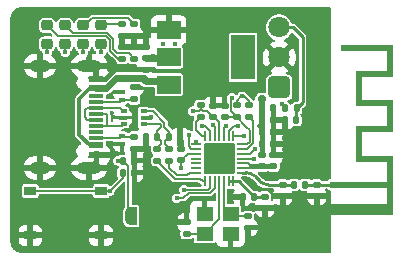
<source format=gtl>
G04 #@! TF.GenerationSoftware,KiCad,Pcbnew,8.0.1*
G04 #@! TF.CreationDate,2024-04-19T23:10:02+02:00*
G04 #@! TF.ProjectId,esp-ir-receiver,6573702d-6972-42d7-9265-636569766572,1.0.0*
G04 #@! TF.SameCoordinates,Original*
G04 #@! TF.FileFunction,Copper,L1,Top*
G04 #@! TF.FilePolarity,Positive*
%FSLAX46Y46*%
G04 Gerber Fmt 4.6, Leading zero omitted, Abs format (unit mm)*
G04 Created by KiCad (PCBNEW 8.0.1) date 2024-04-19 23:10:02*
%MOMM*%
%LPD*%
G01*
G04 APERTURE LIST*
G04 Aperture macros list*
%AMRoundRect*
0 Rectangle with rounded corners*
0 $1 Rounding radius*
0 $2 $3 $4 $5 $6 $7 $8 $9 X,Y pos of 4 corners*
0 Add a 4 corners polygon primitive as box body*
4,1,4,$2,$3,$4,$5,$6,$7,$8,$9,$2,$3,0*
0 Add four circle primitives for the rounded corners*
1,1,$1+$1,$2,$3*
1,1,$1+$1,$4,$5*
1,1,$1+$1,$6,$7*
1,1,$1+$1,$8,$9*
0 Add four rect primitives between the rounded corners*
20,1,$1+$1,$2,$3,$4,$5,0*
20,1,$1+$1,$4,$5,$6,$7,0*
20,1,$1+$1,$6,$7,$8,$9,0*
20,1,$1+$1,$8,$9,$2,$3,0*%
%AMFreePoly0*
4,1,19,0.500000,-0.750000,0.000000,-0.750000,0.000000,-0.744911,-0.071157,-0.744911,-0.207708,-0.704816,-0.327430,-0.627875,-0.420627,-0.520320,-0.479746,-0.390866,-0.500000,-0.250000,-0.500000,0.250000,-0.479746,0.390866,-0.420627,0.520320,-0.327430,0.627875,-0.207708,0.704816,-0.071157,0.744911,0.000000,0.744911,0.000000,0.750000,0.500000,0.750000,0.500000,-0.750000,0.500000,-0.750000,
$1*%
%AMFreePoly1*
4,1,19,0.000000,0.744911,0.071157,0.744911,0.207708,0.704816,0.327430,0.627875,0.420627,0.520320,0.479746,0.390866,0.500000,0.250000,0.500000,-0.250000,0.479746,-0.390866,0.420627,-0.520320,0.327430,-0.627875,0.207708,-0.704816,0.071157,-0.744911,0.000000,-0.744911,0.000000,-0.750000,-0.500000,-0.750000,-0.500000,0.750000,0.000000,0.750000,0.000000,0.744911,0.000000,0.744911,
$1*%
G04 Aperture macros list end*
G04 #@! TA.AperFunction,EtchedComponent*
%ADD10C,0.000000*%
G04 #@! TD*
G04 #@! TA.AperFunction,SMDPad,CuDef*
%ADD11RoundRect,0.218750X-0.256250X0.218750X-0.256250X-0.218750X0.256250X-0.218750X0.256250X0.218750X0*%
G04 #@! TD*
G04 #@! TA.AperFunction,SMDPad,CuDef*
%ADD12R,2.000000X1.500000*%
G04 #@! TD*
G04 #@! TA.AperFunction,SMDPad,CuDef*
%ADD13R,2.000000X3.800000*%
G04 #@! TD*
G04 #@! TA.AperFunction,SMDPad,CuDef*
%ADD14FreePoly0,180.000000*%
G04 #@! TD*
G04 #@! TA.AperFunction,SMDPad,CuDef*
%ADD15FreePoly1,180.000000*%
G04 #@! TD*
G04 #@! TA.AperFunction,SMDPad,CuDef*
%ADD16RoundRect,0.140000X0.170000X-0.140000X0.170000X0.140000X-0.170000X0.140000X-0.170000X-0.140000X0*%
G04 #@! TD*
G04 #@! TA.AperFunction,SMDPad,CuDef*
%ADD17RoundRect,0.140000X-0.170000X0.140000X-0.170000X-0.140000X0.170000X-0.140000X0.170000X0.140000X0*%
G04 #@! TD*
G04 #@! TA.AperFunction,ConnectorPad*
%ADD18R,0.500000X0.500000*%
G04 #@! TD*
G04 #@! TA.AperFunction,ComponentPad*
%ADD19R,0.500000X0.900000*%
G04 #@! TD*
G04 #@! TA.AperFunction,SMDPad,CuDef*
%ADD20RoundRect,0.140000X0.140000X0.170000X-0.140000X0.170000X-0.140000X-0.170000X0.140000X-0.170000X0*%
G04 #@! TD*
G04 #@! TA.AperFunction,SMDPad,CuDef*
%ADD21RoundRect,0.135000X-0.185000X0.135000X-0.185000X-0.135000X0.185000X-0.135000X0.185000X0.135000X0*%
G04 #@! TD*
G04 #@! TA.AperFunction,ComponentPad*
%ADD22RoundRect,0.248400X0.651600X-0.651600X0.651600X0.651600X-0.651600X0.651600X-0.651600X-0.651600X0*%
G04 #@! TD*
G04 #@! TA.AperFunction,ComponentPad*
%ADD23C,1.800000*%
G04 #@! TD*
G04 #@! TA.AperFunction,SMDPad,CuDef*
%ADD24R,1.400000X1.200000*%
G04 #@! TD*
G04 #@! TA.AperFunction,SMDPad,CuDef*
%ADD25RoundRect,0.140000X-0.140000X-0.170000X0.140000X-0.170000X0.140000X0.170000X-0.140000X0.170000X0*%
G04 #@! TD*
G04 #@! TA.AperFunction,SMDPad,CuDef*
%ADD26R,0.500000X0.300000*%
G04 #@! TD*
G04 #@! TA.AperFunction,SMDPad,CuDef*
%ADD27R,1.000000X0.750000*%
G04 #@! TD*
G04 #@! TA.AperFunction,SMDPad,CuDef*
%ADD28RoundRect,0.147500X-0.147500X-0.172500X0.147500X-0.172500X0.147500X0.172500X-0.147500X0.172500X0*%
G04 #@! TD*
G04 #@! TA.AperFunction,SMDPad,CuDef*
%ADD29RoundRect,0.135000X0.185000X-0.135000X0.185000X0.135000X-0.185000X0.135000X-0.185000X-0.135000X0*%
G04 #@! TD*
G04 #@! TA.AperFunction,SMDPad,CuDef*
%ADD30R,0.500000X0.375000*%
G04 #@! TD*
G04 #@! TA.AperFunction,SMDPad,CuDef*
%ADD31R,0.650000X0.300000*%
G04 #@! TD*
G04 #@! TA.AperFunction,SMDPad,CuDef*
%ADD32RoundRect,0.135000X-0.135000X-0.185000X0.135000X-0.185000X0.135000X0.185000X-0.135000X0.185000X0*%
G04 #@! TD*
G04 #@! TA.AperFunction,SMDPad,CuDef*
%ADD33R,1.240000X0.600000*%
G04 #@! TD*
G04 #@! TA.AperFunction,SMDPad,CuDef*
%ADD34R,1.240000X0.300000*%
G04 #@! TD*
G04 #@! TA.AperFunction,ComponentPad*
%ADD35O,2.100000X1.000000*%
G04 #@! TD*
G04 #@! TA.AperFunction,ComponentPad*
%ADD36O,1.800000X1.000000*%
G04 #@! TD*
G04 #@! TA.AperFunction,SMDPad,CuDef*
%ADD37RoundRect,0.147500X0.172500X-0.147500X0.172500X0.147500X-0.172500X0.147500X-0.172500X-0.147500X0*%
G04 #@! TD*
G04 #@! TA.AperFunction,SMDPad,CuDef*
%ADD38RoundRect,0.050000X0.387500X0.050000X-0.387500X0.050000X-0.387500X-0.050000X0.387500X-0.050000X0*%
G04 #@! TD*
G04 #@! TA.AperFunction,SMDPad,CuDef*
%ADD39RoundRect,0.050000X0.050000X0.387500X-0.050000X0.387500X-0.050000X-0.387500X0.050000X-0.387500X0*%
G04 #@! TD*
G04 #@! TA.AperFunction,HeatsinkPad*
%ADD40R,2.600000X2.600000*%
G04 #@! TD*
G04 #@! TA.AperFunction,ViaPad*
%ADD41C,0.400000*%
G04 #@! TD*
G04 #@! TA.AperFunction,ViaPad*
%ADD42C,0.500000*%
G04 #@! TD*
G04 #@! TA.AperFunction,ViaPad*
%ADD43C,0.700000*%
G04 #@! TD*
G04 #@! TA.AperFunction,Conductor*
%ADD44C,0.127000*%
G04 #@! TD*
G04 #@! TA.AperFunction,Conductor*
%ADD45C,0.381000*%
G04 #@! TD*
G04 #@! TA.AperFunction,Conductor*
%ADD46C,0.254000*%
G04 #@! TD*
G04 #@! TA.AperFunction,Conductor*
%ADD47C,0.300000*%
G04 #@! TD*
G04 #@! TA.AperFunction,Conductor*
%ADD48C,0.600000*%
G04 #@! TD*
G04 #@! TA.AperFunction,Conductor*
%ADD49C,0.508000*%
G04 #@! TD*
G04 #@! TA.AperFunction,Conductor*
%ADD50C,0.200000*%
G04 #@! TD*
G04 #@! TA.AperFunction,Conductor*
%ADD51C,0.174800*%
G04 #@! TD*
G04 #@! TA.AperFunction,Conductor*
%ADD52C,0.238000*%
G04 #@! TD*
G04 #@! TA.AperFunction,Conductor*
%ADD53C,0.177800*%
G04 #@! TD*
G04 APERTURE END LIST*
D10*
G04 #@! TA.AperFunction,EtchedComponent*
G36*
X160852000Y-100578000D02*
G01*
X158212000Y-100578000D01*
X158212000Y-102578000D01*
X160852000Y-102578000D01*
X160852000Y-105278000D01*
X158212000Y-105278000D01*
X158212000Y-107278000D01*
X160852000Y-107278000D01*
X160852000Y-112278000D01*
X155695215Y-112278000D01*
X155452000Y-112278000D01*
X155452000Y-111853156D01*
X155555957Y-111853156D01*
X155568065Y-111895819D01*
X155572419Y-111903731D01*
X155605203Y-111941674D01*
X155647605Y-111965742D01*
X155695215Y-111975583D01*
X155743622Y-111970847D01*
X155788416Y-111951185D01*
X155825186Y-111916245D01*
X155842092Y-111883353D01*
X155849982Y-111835267D01*
X155843408Y-111785682D01*
X155823313Y-111740372D01*
X155790643Y-111705112D01*
X155758417Y-111688218D01*
X155710158Y-111679778D01*
X155660632Y-111686309D01*
X155615447Y-111706868D01*
X155580213Y-111740511D01*
X155569600Y-111759122D01*
X155556700Y-111804637D01*
X155555957Y-111853156D01*
X155452000Y-111853156D01*
X155452000Y-111378000D01*
X160352000Y-111378000D01*
X160352000Y-109978000D01*
X155452000Y-109978000D01*
X155452000Y-109478000D01*
X160352000Y-109478000D01*
X160352000Y-107778000D01*
X157712000Y-107778000D01*
X157712000Y-104778000D01*
X160352000Y-104778000D01*
X160352000Y-103078000D01*
X157712000Y-103078000D01*
X157712000Y-100078000D01*
X160352000Y-100078000D01*
X160352000Y-98378000D01*
X156412000Y-98378000D01*
X156412000Y-97878000D01*
X160852000Y-97878000D01*
X160852000Y-100578000D01*
G37*
G04 #@! TD.AperFunction*
D11*
X133059357Y-96238498D03*
X133059357Y-97813500D03*
D12*
X141831001Y-96644999D03*
X141831001Y-98944999D03*
X141831001Y-101244999D03*
D13*
X148131001Y-98944999D03*
D11*
X136116001Y-96238498D03*
X136116001Y-97813500D03*
D14*
X139941001Y-112392999D03*
D15*
X138641001Y-112392999D03*
D16*
X149959001Y-111701999D03*
X149959001Y-110741999D03*
D17*
X150703003Y-107211999D03*
X150703003Y-108171999D03*
D18*
X155702000Y-109728000D03*
D19*
X155702000Y-111828000D03*
D16*
X143340505Y-113877999D03*
X143340505Y-112917999D03*
D20*
X142819001Y-105661999D03*
X141859001Y-105661999D03*
D21*
X144536001Y-102992999D03*
X144536001Y-104012999D03*
D11*
X134592001Y-96238498D03*
X134592001Y-97813500D03*
D22*
X151184001Y-101494024D03*
D23*
X151184001Y-98954024D03*
X151184001Y-96414024D03*
D24*
X147064505Y-112177999D03*
X144864505Y-112177999D03*
X144864505Y-113877999D03*
X147064505Y-113877999D03*
D17*
X148547505Y-112390999D03*
X148547505Y-113350999D03*
D25*
X149743002Y-105279000D03*
X150703002Y-105279000D03*
X137950001Y-108695999D03*
X138910001Y-108695999D03*
X148082001Y-110741999D03*
X149042001Y-110741999D03*
X149743002Y-103247000D03*
X150703002Y-103247000D03*
D11*
X131544001Y-96238498D03*
X131544001Y-97813500D03*
D26*
X137894001Y-106265999D03*
X137894001Y-105565999D03*
D25*
X139883001Y-105661999D03*
X140843001Y-105661999D03*
D17*
X151483001Y-109723999D03*
X151483001Y-110683999D03*
D21*
X138910001Y-101469000D03*
X138910001Y-102488998D03*
D20*
X150703003Y-106294999D03*
X149743003Y-106294999D03*
D17*
X145552001Y-103022999D03*
X145552001Y-103982999D03*
D27*
X130116001Y-110263999D03*
X136116001Y-110263999D03*
X130116001Y-114013999D03*
X136116001Y-114013999D03*
D16*
X139926001Y-99023024D03*
X139926001Y-98063024D03*
D17*
X146568001Y-103022999D03*
X146568001Y-103982999D03*
D20*
X150703003Y-104262999D03*
X149743003Y-104262999D03*
D28*
X152434842Y-109723999D03*
X153404842Y-109723999D03*
D29*
X138910001Y-106665999D03*
X138910001Y-105645999D03*
D30*
X138011974Y-103502999D03*
D31*
X137936974Y-104040499D03*
D30*
X138011974Y-104577999D03*
X139711974Y-104577999D03*
D31*
X139786974Y-104040499D03*
D30*
X139711974Y-103502999D03*
D21*
X141859001Y-106676000D03*
X141859001Y-107696000D03*
D29*
X137894001Y-97152999D03*
X137894001Y-96133001D03*
D21*
X137894001Y-98040000D03*
X137894001Y-99059998D03*
X138910001Y-98040000D03*
X138910001Y-99059998D03*
D26*
X137886974Y-101882999D03*
X137886974Y-102582999D03*
D29*
X138910001Y-97154998D03*
X138910001Y-96135000D03*
D21*
X148600001Y-102992999D03*
X148600001Y-104012999D03*
D32*
X151646001Y-103246999D03*
X152666001Y-103246999D03*
D33*
X135709001Y-100779999D03*
X135709001Y-101579999D03*
D34*
X135709001Y-102729999D03*
X135709001Y-103729999D03*
X135709001Y-104229999D03*
X135709001Y-105229999D03*
D33*
X135709001Y-106379999D03*
X135709001Y-107179999D03*
X135709001Y-107179999D03*
X135709001Y-106379999D03*
D34*
X135709001Y-105729999D03*
X135709001Y-104729999D03*
X135709001Y-103229999D03*
X135709001Y-102229999D03*
D33*
X135709001Y-101579999D03*
X135709001Y-100779999D03*
D35*
X135109001Y-99659999D03*
D36*
X130909001Y-99659999D03*
D35*
X135109001Y-108299999D03*
D36*
X130909001Y-108299999D03*
D37*
X149743001Y-108176998D03*
X149743001Y-107206998D03*
D38*
X148054001Y-108710000D03*
X148054001Y-108309999D03*
X148054001Y-107909999D03*
X148054000Y-107509999D03*
X148054001Y-107109999D03*
X148054001Y-106709999D03*
X148054001Y-106309998D03*
D39*
X147316502Y-105572499D03*
X146916501Y-105572499D03*
X146516501Y-105572499D03*
X146116501Y-105572500D03*
X145716501Y-105572499D03*
X145316501Y-105572499D03*
X144916500Y-105572499D03*
D38*
X144179001Y-106309998D03*
X144179001Y-106709999D03*
X144179001Y-107109999D03*
X144179002Y-107509999D03*
X144179001Y-107909999D03*
X144179001Y-108309999D03*
X144179001Y-108710000D03*
D39*
X144916500Y-109447499D03*
X145316501Y-109447499D03*
X145716501Y-109447499D03*
X146116501Y-109447498D03*
X146516501Y-109447499D03*
X146916501Y-109447499D03*
X147316502Y-109447499D03*
D40*
X146116501Y-107509999D03*
D16*
X139926001Y-100934999D03*
X139926001Y-99974999D03*
D17*
X142875000Y-106706000D03*
X142875000Y-107666000D03*
D29*
X147584001Y-104012999D03*
X147584001Y-102992999D03*
D21*
X140843000Y-106676000D03*
X140843000Y-107696000D03*
D17*
X154356683Y-109723999D03*
X154356683Y-110683999D03*
D25*
X137950001Y-107679999D03*
X138910001Y-107679999D03*
X151676001Y-104262999D03*
X152636001Y-104262999D03*
D41*
X142339001Y-97787999D03*
X137386001Y-114043999D03*
X155166001Y-112773999D03*
X141196001Y-115186999D03*
X153896001Y-101343999D03*
X152626001Y-108963999D03*
X145260001Y-106548999D03*
X146085501Y-107501499D03*
X153896001Y-105153999D03*
X146085501Y-106548999D03*
X145006001Y-94993999D03*
X137386001Y-94993999D03*
X137894001Y-97533999D03*
X128750001Y-110233999D03*
X132306001Y-111503999D03*
X128750001Y-111503999D03*
X149451001Y-113281999D03*
X155166001Y-94993999D03*
X138910001Y-97533999D03*
X154404001Y-111630999D03*
X137640001Y-99946999D03*
X142466001Y-114043999D03*
X144780000Y-110871000D03*
X146276001Y-98168999D03*
X129766001Y-96263999D03*
X150086001Y-108963999D03*
X155166001Y-97533999D03*
X155166001Y-105153999D03*
X128750001Y-100073999D03*
X138656001Y-115186999D03*
X141323001Y-97787999D03*
X153896001Y-108963999D03*
X139037001Y-104010999D03*
X153896001Y-114043999D03*
X148816001Y-115186999D03*
X147419001Y-101470999D03*
X129766001Y-97533999D03*
X142189200Y-104648000D03*
X142466001Y-94993999D03*
X155166001Y-108963999D03*
X134846001Y-115186999D03*
X155166001Y-110741999D03*
X145641001Y-110744000D03*
X142974001Y-102867999D03*
X150848001Y-110741999D03*
X137386001Y-115186999D03*
X128750001Y-107693999D03*
X128750001Y-98803999D03*
X146911001Y-106548999D03*
X138656001Y-94993999D03*
X149070001Y-111757999D03*
X152626001Y-115186999D03*
X148816001Y-94993999D03*
X138910001Y-99946999D03*
X151229001Y-104264999D03*
X147546001Y-115186999D03*
X153515001Y-110741999D03*
X134846001Y-94993999D03*
X152626001Y-107693999D03*
X145260001Y-107501499D03*
X151356001Y-115186999D03*
X128750001Y-103883999D03*
X131036001Y-105153999D03*
X151356001Y-114043999D03*
X155166001Y-103883999D03*
X151483001Y-105280999D03*
X129766001Y-115186999D03*
X142339001Y-96644999D03*
X150703002Y-103247000D03*
X146911001Y-108453999D03*
X128750001Y-102613999D03*
X143355001Y-112011999D03*
X139926001Y-108709999D03*
X128750001Y-112773999D03*
X153896001Y-94993999D03*
X128750001Y-97533999D03*
X139926001Y-94993999D03*
X147038001Y-110741999D03*
X145006001Y-115185971D03*
X153896001Y-98803999D03*
X143736001Y-94993999D03*
X139926001Y-106677999D03*
X150086001Y-114043999D03*
X131036001Y-102613999D03*
X152626001Y-94993999D03*
X155166001Y-101343999D03*
X136878001Y-106296999D03*
X145260001Y-108453999D03*
X152626001Y-114043999D03*
X128750001Y-114043999D03*
X155166001Y-100073999D03*
X141196001Y-94993999D03*
X137132001Y-104010999D03*
X133576001Y-115186999D03*
X153896001Y-106423999D03*
X139799001Y-110868999D03*
X155166001Y-107693999D03*
X139926001Y-96136999D03*
X151356001Y-94993999D03*
X133576001Y-94993999D03*
X146911001Y-107501499D03*
X139926001Y-97152999D03*
X152626001Y-112773999D03*
X128750001Y-106423999D03*
X153896001Y-100073999D03*
X139926001Y-115186999D03*
X155166001Y-96263999D03*
X128750001Y-101343999D03*
X136116001Y-115186999D03*
X153896001Y-96263999D03*
X150086001Y-115186999D03*
X142466001Y-115186999D03*
X149959001Y-112392999D03*
X137386001Y-111503999D03*
X139926001Y-102105999D03*
X155166001Y-102613999D03*
X141577001Y-103883999D03*
X153896001Y-112773999D03*
X143736001Y-115186999D03*
X152372001Y-110741999D03*
X140589000Y-100073999D03*
X139926001Y-107693999D03*
X131036001Y-115186999D03*
X152626001Y-105153999D03*
X148054001Y-111249999D03*
X146276001Y-94993999D03*
X136116001Y-94993999D03*
X153896001Y-102613999D03*
X133477000Y-105156000D03*
X151483001Y-106296999D03*
X142494000Y-111760000D03*
X128750001Y-96263999D03*
X148463000Y-109347000D03*
X151356001Y-111630999D03*
X142466001Y-112900999D03*
X132306001Y-94993999D03*
X142113000Y-109728000D03*
X133477000Y-102616000D03*
X132306001Y-115186999D03*
X153896001Y-103883999D03*
X153896001Y-115186999D03*
X153896001Y-97533999D03*
X141323001Y-96644999D03*
X146276001Y-115185971D03*
X151483001Y-107185999D03*
X148562001Y-114170999D03*
X134846001Y-114043999D03*
X145006001Y-100073999D03*
X155166001Y-98803999D03*
X128750001Y-105153999D03*
X152626001Y-111630999D03*
X152626001Y-106423999D03*
X143002000Y-100076000D03*
X150086001Y-94993999D03*
X147546001Y-94993999D03*
X151356001Y-108963999D03*
X136878001Y-102232999D03*
X153896001Y-107693999D03*
X151356001Y-112773999D03*
X149197001Y-109979999D03*
X132306001Y-114043999D03*
X155166001Y-106423999D03*
X146085501Y-108453999D03*
X155166001Y-115186999D03*
X130909001Y-94993999D03*
X134846001Y-111503999D03*
X129766001Y-94993999D03*
X143637000Y-110998000D03*
X155166001Y-114043999D03*
X128750001Y-108963999D03*
X144117001Y-98168999D03*
X140561001Y-100934999D03*
X140307001Y-104010999D03*
X143863001Y-103502999D03*
X136124645Y-98526974D03*
X149959001Y-110741999D03*
X148054001Y-102232999D03*
X151434800Y-102870000D03*
D42*
X149578001Y-104772999D03*
D43*
X140526026Y-99023024D03*
D41*
X142847001Y-108328999D03*
D43*
X149705001Y-102486999D03*
D41*
X144170400Y-106121200D03*
X137513001Y-107693999D03*
X133068001Y-98526974D03*
X149047200Y-107543600D03*
X149098000Y-106730800D03*
X134592001Y-98526974D03*
X143510000Y-105511600D03*
X131544001Y-98526974D03*
X147673001Y-104772999D03*
X146657001Y-104772999D03*
X145542000Y-104698800D03*
X144627600Y-104749600D03*
X148218501Y-105572499D03*
X142494000Y-110871000D03*
X143129000Y-110148499D03*
X147165001Y-102359999D03*
X136848001Y-110263999D03*
D44*
X142981000Y-106600000D02*
X142875000Y-106706000D01*
D45*
X137274725Y-99946999D02*
X137640001Y-99946999D01*
X135709001Y-107179999D02*
X135709001Y-107699999D01*
X136441725Y-100779999D02*
X137274725Y-99946999D01*
X135709001Y-100779999D02*
X136441725Y-100779999D01*
X135709001Y-107699999D02*
X135109001Y-108299999D01*
D46*
X152636001Y-104262999D02*
X152636001Y-103276999D01*
X152666001Y-103246999D02*
X153162000Y-102751000D01*
X153162000Y-97231200D02*
X152344824Y-96414024D01*
X152344824Y-96414024D02*
X151184001Y-96414024D01*
D44*
X152636001Y-103276999D02*
X152666001Y-103246999D01*
D46*
X153162000Y-102751000D02*
X153162000Y-97231200D01*
X139786974Y-104040499D02*
X140277501Y-104040499D01*
D47*
X135709001Y-106379999D02*
X135129963Y-106379999D01*
D46*
X140277501Y-104040499D02*
X140307001Y-104010999D01*
D47*
X134239000Y-102489000D02*
X135148001Y-101579999D01*
D48*
X140561001Y-100934999D02*
X141521001Y-100934999D01*
X136515001Y-101579999D02*
X135709001Y-101579999D01*
X137386001Y-100708999D02*
X136515001Y-101579999D01*
X139700001Y-100708999D02*
X137386001Y-100708999D01*
D47*
X134239000Y-105489036D02*
X134239000Y-102489000D01*
X135148001Y-101579999D02*
X135709001Y-101579999D01*
X135129963Y-106379999D02*
X134239000Y-105489036D01*
D48*
X141521001Y-100934999D02*
X141831001Y-101244999D01*
X139926001Y-100934999D02*
X139700001Y-100708999D01*
X139926001Y-100934999D02*
X140561001Y-100934999D01*
D49*
X149743003Y-104262999D02*
X149743002Y-103247000D01*
D50*
X147990501Y-102232999D02*
X148054001Y-102232999D01*
D48*
X140526026Y-99023024D02*
X139926001Y-99023024D01*
D49*
X149743002Y-104938000D02*
X149743002Y-104263000D01*
D46*
X146916501Y-109447499D02*
X147316502Y-109447499D01*
D50*
X149959001Y-110741999D02*
X149870001Y-110652999D01*
X148600001Y-102651999D02*
X148181001Y-102232999D01*
X144371001Y-103502999D02*
X144536001Y-103337999D01*
X147584001Y-102992999D02*
X147584001Y-102639499D01*
X145552001Y-103982999D02*
X145072001Y-103502999D01*
D44*
X142875000Y-108301000D02*
X142847001Y-108328999D01*
D50*
X147584001Y-102639499D02*
X147990501Y-102232999D01*
D49*
X149743002Y-102525000D02*
X149705001Y-102486999D01*
D50*
X148181001Y-102232999D02*
X148054001Y-102232999D01*
D46*
X151646001Y-103081201D02*
X151434800Y-102870000D01*
D50*
X145072001Y-103502999D02*
X144701001Y-103502999D01*
D46*
X147316502Y-109447499D02*
X147747501Y-109447499D01*
D50*
X144536001Y-103337999D02*
X144536001Y-102992999D01*
D45*
X149578001Y-104772999D02*
X149743002Y-104938000D01*
D50*
X142875000Y-107666000D02*
X143431001Y-107109999D01*
D44*
X136116001Y-97813499D02*
X136116001Y-98518330D01*
D49*
X149743002Y-103247000D02*
X149743002Y-102525000D01*
D45*
X149743001Y-107206998D02*
X149743001Y-106295001D01*
D44*
X141752976Y-99023024D02*
X141831001Y-98944999D01*
D50*
X144701001Y-103502999D02*
X144536001Y-103337999D01*
X146116501Y-104409701D02*
X146116501Y-105572500D01*
D48*
X140526026Y-99023024D02*
X141752976Y-99023024D01*
D50*
X142875000Y-107666000D02*
X142875000Y-108301000D01*
D46*
X147747501Y-109447499D02*
X149042001Y-110741999D01*
X149741001Y-110741999D02*
X149870001Y-110612999D01*
D50*
X148600001Y-102992999D02*
X148600001Y-102651999D01*
D45*
X149743003Y-106294999D02*
X149743002Y-105279000D01*
D49*
X149743002Y-104938000D02*
X149743002Y-105279000D01*
D46*
X149042001Y-110741999D02*
X149741001Y-110741999D01*
D50*
X145552001Y-103982999D02*
X145689799Y-103982999D01*
X143863001Y-103502999D02*
X144371001Y-103502999D01*
D44*
X149743001Y-106295001D02*
X149743003Y-106294999D01*
D50*
X145689799Y-103982999D02*
X146116501Y-104409701D01*
D46*
X151646001Y-103246999D02*
X151646001Y-103081201D01*
D50*
X149870001Y-110652999D02*
X149870001Y-110612999D01*
D44*
X136116001Y-98518330D02*
X136124645Y-98526974D01*
D49*
X149743002Y-104263000D02*
X149743003Y-104262999D01*
D50*
X143431001Y-107109999D02*
X144179001Y-107109999D01*
D44*
X136221498Y-96133001D02*
X136116001Y-96238498D01*
X137894001Y-96133001D02*
X136221498Y-96133001D01*
X137132001Y-98258787D02*
X137472712Y-98599498D01*
X133719858Y-96898999D02*
X136620538Y-96898999D01*
X136620538Y-96898999D02*
X137132001Y-97410462D01*
X133059357Y-96238498D02*
X133719858Y-96898999D01*
X137472712Y-98599498D02*
X138449501Y-98599498D01*
X137132001Y-97410462D02*
X137132001Y-98258787D01*
X138449501Y-98599498D02*
X138910001Y-99059998D01*
X134592001Y-96238499D02*
X134744501Y-96238499D01*
X135372502Y-95610498D02*
X138385499Y-95610498D01*
X134744501Y-96238499D02*
X135372502Y-95610498D01*
X138385499Y-95610498D02*
X138910001Y-96135000D01*
X137574002Y-99059998D02*
X137894001Y-99059998D01*
X136515328Y-97152999D02*
X136878001Y-97515672D01*
X131544001Y-96238498D02*
X132458502Y-97152999D01*
X136878001Y-98363997D02*
X137574002Y-99059998D01*
X132458502Y-97152999D02*
X136515328Y-97152999D01*
X136878001Y-97515672D02*
X136878001Y-98363997D01*
X137886974Y-102582999D02*
X138816000Y-102582999D01*
X137728974Y-102740999D02*
X137886974Y-102582999D01*
X135709001Y-102729999D02*
X135720001Y-102740999D01*
X135720001Y-102740999D02*
X137728974Y-102740999D01*
X138816000Y-102582999D02*
X138910001Y-102488998D01*
X135709001Y-105729999D02*
X137730001Y-105729999D01*
X137730001Y-105729999D02*
X137894001Y-105565999D01*
X137974001Y-105645999D02*
X137894001Y-105565999D01*
X138910001Y-105645999D02*
X137974001Y-105645999D01*
D51*
X135709001Y-103729999D02*
X136503801Y-103729999D01*
X136624001Y-103850199D02*
X136624001Y-104729999D01*
X135709001Y-104729999D02*
X137859974Y-104729999D01*
X137859974Y-104729999D02*
X138011974Y-104577999D01*
X136503801Y-103729999D02*
X136624001Y-103850199D01*
X137738974Y-103229999D02*
X135709001Y-103229999D01*
X135709001Y-104229999D02*
X134914201Y-104229999D01*
X138011974Y-103502999D02*
X137738974Y-103229999D01*
X134719001Y-103425199D02*
X134914201Y-103229999D01*
X134914201Y-104229999D02*
X134719001Y-104034799D01*
X134719001Y-104034799D02*
X134719001Y-103425199D01*
X134914201Y-103229999D02*
X135709001Y-103229999D01*
D52*
X155697999Y-109723999D02*
X153188842Y-109723999D01*
X155702000Y-109728000D02*
X155697999Y-109723999D01*
D50*
X148825501Y-108161497D02*
X148574003Y-107909999D01*
D44*
X150698004Y-108176998D02*
X150703003Y-108171999D01*
D45*
X149727500Y-108161497D02*
X149743001Y-108176998D01*
D50*
X148676999Y-108309999D02*
X148054001Y-108309999D01*
X148574003Y-107909999D02*
X148054001Y-107909999D01*
D45*
X148825501Y-108161497D02*
X149727500Y-108161497D01*
X149743001Y-108176998D02*
X150698004Y-108176998D01*
D50*
X148825501Y-108161497D02*
X148676999Y-108309999D01*
D44*
X146516501Y-111629995D02*
X147277505Y-112390999D01*
X146516501Y-109447499D02*
X146516501Y-111629995D01*
X147277505Y-112390999D02*
X148547505Y-112390999D01*
X144864505Y-113877999D02*
X143340505Y-113877999D01*
X146116501Y-112626003D02*
X144864505Y-113877999D01*
X146116501Y-109447498D02*
X146116501Y-112626003D01*
D52*
X152218842Y-109723999D02*
X151267001Y-109723999D01*
X150244215Y-109723999D02*
X151267001Y-109723999D01*
X148054001Y-108710000D02*
X148401787Y-108710000D01*
X149108895Y-109002893D02*
X149537108Y-109431106D01*
X149537109Y-109431105D02*
G75*
G03*
X150244215Y-109723988I707091J707105D01*
G01*
X148401787Y-108710000D02*
G75*
G02*
X149108901Y-109002887I13J-1000000D01*
G01*
D44*
X137964001Y-107693999D02*
X138420501Y-108150499D01*
X144179001Y-106129801D02*
X144179001Y-106309998D01*
X138420501Y-112172499D02*
X138641001Y-112392999D01*
X137513001Y-107693999D02*
X137964001Y-107693999D01*
X137513001Y-107693999D02*
X137527001Y-107679999D01*
X137527001Y-107679999D02*
X137950001Y-107679999D01*
X138420501Y-108150499D02*
X138420501Y-112172499D01*
X144170400Y-106121200D02*
X144179001Y-106129801D01*
X149013599Y-107509999D02*
X148054000Y-107509999D01*
X133059357Y-98518330D02*
X133068001Y-98526974D01*
X133059357Y-97813499D02*
X133059357Y-98518330D01*
X149047200Y-107543600D02*
X149013599Y-107509999D01*
X148718801Y-107109999D02*
X148054001Y-107109999D01*
X149098000Y-106730800D02*
X148718801Y-107109999D01*
X134592001Y-97813499D02*
X134592001Y-98526974D01*
X131544001Y-97813499D02*
X131544001Y-98526974D01*
X143510000Y-106478498D02*
X143741501Y-106709999D01*
X143741501Y-106709999D02*
X144179001Y-106709999D01*
X143510000Y-105511600D02*
X143510000Y-106478498D01*
X148054001Y-106709999D02*
X148433004Y-106709999D01*
X148943001Y-104355999D02*
X148600001Y-104012999D01*
X148943001Y-106200002D02*
X148943001Y-104355999D01*
X148433004Y-106709999D02*
X148943001Y-106200002D01*
X144916500Y-105572499D02*
X144637699Y-105572499D01*
X144160100Y-104388900D02*
X144536001Y-104012999D01*
X144637699Y-105572499D02*
X144160100Y-105094900D01*
X144160100Y-105094900D02*
X144160100Y-104388900D01*
X147318146Y-104772999D02*
X147673001Y-104772999D01*
X146916501Y-105174644D02*
X147318146Y-104772999D01*
X146916501Y-105572499D02*
X146916501Y-105174644D01*
X146516501Y-104913499D02*
X146657001Y-104772999D01*
X146516501Y-105572499D02*
X146516501Y-104913499D01*
X145716501Y-104873301D02*
X145542000Y-104698800D01*
X145716501Y-105572499D02*
X145716501Y-104873301D01*
X145316501Y-105193496D02*
X145316501Y-105572499D01*
X144627600Y-104749600D02*
X144872605Y-104749600D01*
X144872605Y-104749600D02*
X145316501Y-105193496D01*
X148218501Y-105572499D02*
X147316502Y-105572499D01*
D51*
X141501900Y-106049100D02*
X141501900Y-106268899D01*
D53*
X140498935Y-103502999D02*
X139711974Y-103502999D01*
D51*
X141475000Y-104479064D02*
X141475000Y-104857943D01*
X141475000Y-104857943D02*
X141859001Y-105241944D01*
X141859001Y-105241944D02*
X141859001Y-105661999D01*
X141859001Y-106626000D02*
X141859001Y-106676000D01*
D53*
X144177001Y-108712000D02*
X143637000Y-108712000D01*
D51*
X141859001Y-105691999D02*
X141501900Y-106049100D01*
D53*
X141859001Y-108280948D02*
X141859001Y-107696000D01*
X143420681Y-108928319D02*
X142506372Y-108928319D01*
X141859001Y-105691999D02*
X141859001Y-105661999D01*
X141475000Y-104479064D02*
X140498935Y-103502999D01*
D51*
X141859001Y-105631999D02*
X141859001Y-105661999D01*
D53*
X142506372Y-108928319D02*
X141859001Y-108280948D01*
X143637000Y-108712000D02*
X143420681Y-108928319D01*
D51*
X141501900Y-106268899D02*
X141859001Y-106626000D01*
D53*
X144179001Y-108710000D02*
X144177001Y-108712000D01*
D51*
X140843001Y-105631999D02*
X140843001Y-105661999D01*
X140843000Y-106626000D02*
X140843000Y-106676000D01*
X140843001Y-105691999D02*
X141200101Y-106049099D01*
D53*
X143618775Y-109233119D02*
X142380120Y-109233119D01*
D51*
X141173200Y-104866799D02*
X141173200Y-104648000D01*
D53*
X140843001Y-105691999D02*
X140843001Y-105661999D01*
X144916500Y-109447499D02*
X144726998Y-109447499D01*
D51*
X141200101Y-106049099D02*
X141200101Y-106268899D01*
X141103199Y-104577999D02*
X139711974Y-104577999D01*
D53*
X144726998Y-109447499D02*
X144512598Y-109233099D01*
X143618795Y-109233099D02*
X143618775Y-109233119D01*
D51*
X140843001Y-105661999D02*
X140843001Y-105196998D01*
X140843001Y-105196998D02*
X141173200Y-104866799D01*
D53*
X142380120Y-109233119D02*
X140843000Y-107696000D01*
X144512598Y-109233099D02*
X143618795Y-109233099D01*
D51*
X141173200Y-104648000D02*
X141103199Y-104577999D01*
X141200101Y-106268899D02*
X140843000Y-106626000D01*
D44*
X143067644Y-110871000D02*
X143536145Y-110402499D01*
X143536145Y-110402499D02*
X145319356Y-110402499D01*
X145319356Y-110402499D02*
X145716501Y-110005354D01*
X145716501Y-110005354D02*
X145716501Y-109447499D01*
X142494000Y-110871000D02*
X143067644Y-110871000D01*
X145155005Y-110148499D02*
X145316501Y-109987003D01*
X145316501Y-109987003D02*
X145316501Y-109447499D01*
X143129000Y-110148499D02*
X145155005Y-110148499D01*
X148394501Y-104823499D02*
X147584001Y-104012999D01*
X148689001Y-105132209D02*
X148394501Y-104837709D01*
X148689001Y-106072999D02*
X148689001Y-105132209D01*
X147165001Y-102359999D02*
X147073501Y-102451499D01*
X148394501Y-104837709D02*
X148394501Y-104823499D01*
X148452002Y-106309998D02*
X148689001Y-106072999D01*
X137950001Y-109161999D02*
X137950001Y-108695999D01*
X136848001Y-110263999D02*
X136116001Y-110263999D01*
X147574001Y-103982999D02*
X146568001Y-103982999D01*
X136848001Y-110263999D02*
X137950001Y-109161999D01*
X130116001Y-110263999D02*
X136116001Y-110263999D01*
X148054001Y-106309998D02*
X148452002Y-106309998D01*
X147073501Y-103502499D02*
X147584001Y-104012999D01*
X147073501Y-102451499D02*
X147073501Y-103502499D01*
G04 #@! TA.AperFunction,Conductor*
G36*
X155506168Y-94679728D02*
G01*
X155542147Y-94729218D01*
X155547001Y-94759838D01*
X155547001Y-109178500D01*
X155528094Y-109236691D01*
X155478594Y-109272655D01*
X155448001Y-109277500D01*
X155432252Y-109277500D01*
X155432251Y-109277500D01*
X155432241Y-109277501D01*
X155373772Y-109289132D01*
X155373766Y-109289134D01*
X155307451Y-109333445D01*
X155307447Y-109333449D01*
X155289371Y-109360502D01*
X155241320Y-109398381D01*
X155207056Y-109404499D01*
X154869730Y-109404499D01*
X154811539Y-109385592D01*
X154799732Y-109375508D01*
X154724999Y-109300775D01*
X154724997Y-109300774D01*
X154724996Y-109300773D01*
X154616172Y-109250028D01*
X154616171Y-109250027D01*
X154599641Y-109247851D01*
X154566584Y-109243499D01*
X154566582Y-109243499D01*
X154146786Y-109243499D01*
X154146775Y-109243500D01*
X154097196Y-109250026D01*
X154097194Y-109250026D01*
X153988369Y-109300773D01*
X153988367Y-109300774D01*
X153988367Y-109300775D01*
X153961067Y-109328074D01*
X153906553Y-109355850D01*
X153846121Y-109346279D01*
X153821065Y-109328075D01*
X153757353Y-109264363D01*
X153653012Y-109213354D01*
X153653013Y-109213354D01*
X153636101Y-109210890D01*
X153585370Y-109203499D01*
X153224314Y-109203499D01*
X153183728Y-109209412D01*
X153156670Y-109213354D01*
X153058447Y-109261373D01*
X153052331Y-109264363D01*
X152989843Y-109326850D01*
X152935329Y-109354626D01*
X152874897Y-109345055D01*
X152849841Y-109326851D01*
X152787353Y-109264363D01*
X152683012Y-109213354D01*
X152683013Y-109213354D01*
X152666101Y-109210890D01*
X152615370Y-109203499D01*
X152254314Y-109203499D01*
X152213728Y-109209412D01*
X152186670Y-109213354D01*
X152088447Y-109261373D01*
X152082331Y-109264363D01*
X152018619Y-109328074D01*
X151964105Y-109355850D01*
X151903673Y-109346279D01*
X151878617Y-109328075D01*
X151851317Y-109300775D01*
X151851315Y-109300774D01*
X151851314Y-109300773D01*
X151742490Y-109250028D01*
X151742489Y-109250027D01*
X151725959Y-109247851D01*
X151692902Y-109243499D01*
X151692900Y-109243499D01*
X151273104Y-109243499D01*
X151273093Y-109243500D01*
X151223514Y-109250026D01*
X151223512Y-109250026D01*
X151114687Y-109300773D01*
X151114685Y-109300774D01*
X151114685Y-109300775D01*
X151039955Y-109375504D01*
X150985441Y-109403280D01*
X150969954Y-109404499D01*
X150302799Y-109404499D01*
X150302787Y-109404498D01*
X150249067Y-109404498D01*
X150239365Y-109404021D01*
X150121154Y-109392380D01*
X150102122Y-109388595D01*
X149993116Y-109355530D01*
X149975195Y-109348107D01*
X149874740Y-109294414D01*
X149858603Y-109283632D01*
X149766855Y-109208338D01*
X149759655Y-109201812D01*
X149388950Y-108831106D01*
X149361173Y-108776590D01*
X149370744Y-108716158D01*
X149414009Y-108672893D01*
X149473224Y-108663137D01*
X149537473Y-108672498D01*
X149537476Y-108672498D01*
X149948525Y-108672498D01*
X149948529Y-108672498D01*
X150016171Y-108662643D01*
X150120512Y-108611634D01*
X150135153Y-108596992D01*
X150189668Y-108569217D01*
X150205155Y-108567998D01*
X150266455Y-108567998D01*
X150324646Y-108586905D01*
X150333012Y-108594050D01*
X150334685Y-108595221D01*
X150334687Y-108595223D01*
X150443516Y-108645971D01*
X150493102Y-108652499D01*
X150912903Y-108652498D01*
X150962490Y-108645971D01*
X150962491Y-108645971D01*
X151021140Y-108618621D01*
X151071319Y-108595223D01*
X151156227Y-108510315D01*
X151206975Y-108401486D01*
X151213503Y-108351900D01*
X151213502Y-107992099D01*
X151210078Y-107966086D01*
X151221229Y-107905927D01*
X151257839Y-107867952D01*
X151268378Y-107861719D01*
X151382724Y-107747373D01*
X151465033Y-107608197D01*
X151465033Y-107608196D01*
X151507507Y-107461999D01*
X150552003Y-107461999D01*
X150493812Y-107443092D01*
X150457848Y-107393592D01*
X150453003Y-107362999D01*
X150453003Y-106961998D01*
X150953003Y-106961998D01*
X150953004Y-106961999D01*
X151507507Y-106961999D01*
X151507507Y-106961998D01*
X151465034Y-106815803D01*
X151448293Y-106787496D01*
X151434945Y-106727785D01*
X151438437Y-106709480D01*
X151480147Y-106565911D01*
X151481794Y-106544999D01*
X150953004Y-106544999D01*
X150953003Y-106545000D01*
X150953003Y-106961998D01*
X150453003Y-106961998D01*
X150453003Y-106091004D01*
X150453002Y-106090992D01*
X150453002Y-106044998D01*
X150953003Y-106044998D01*
X150953004Y-106044999D01*
X151481792Y-106044999D01*
X151480147Y-106024086D01*
X151480146Y-106024078D01*
X151435033Y-105868801D01*
X151435033Y-105868800D01*
X151416459Y-105837393D01*
X151403111Y-105777681D01*
X151416459Y-105736601D01*
X151435034Y-105705193D01*
X151480146Y-105549912D01*
X151481793Y-105529000D01*
X150953004Y-105529000D01*
X150953003Y-105529001D01*
X150953003Y-106044998D01*
X150453002Y-106044998D01*
X150453002Y-105028999D01*
X150953003Y-105028999D01*
X150953004Y-105029000D01*
X151426000Y-105029000D01*
X151426001Y-105028999D01*
X151426001Y-104513000D01*
X151426000Y-104512999D01*
X150953004Y-104512999D01*
X150953003Y-104513000D01*
X150953003Y-105028999D01*
X150453002Y-105028999D01*
X150453002Y-104467008D01*
X150453003Y-104467004D01*
X150453003Y-104059004D01*
X150453002Y-104058992D01*
X150453002Y-103096000D01*
X150471909Y-103037809D01*
X150521409Y-103001845D01*
X150552002Y-102997000D01*
X150854002Y-102997000D01*
X150912193Y-103015907D01*
X150948157Y-103065407D01*
X150953002Y-103096000D01*
X150953002Y-103450994D01*
X150953003Y-103451007D01*
X150953003Y-104012998D01*
X150953004Y-104012999D01*
X151827001Y-104012999D01*
X151885192Y-104031906D01*
X151921156Y-104081406D01*
X151926001Y-104111999D01*
X151926001Y-105067503D01*
X152072198Y-105025029D01*
X152072199Y-105025029D01*
X152211375Y-104942720D01*
X152325721Y-104828374D01*
X152331954Y-104817835D01*
X152377848Y-104777371D01*
X152430089Y-104770074D01*
X152456100Y-104773499D01*
X152815901Y-104773498D01*
X152865488Y-104766971D01*
X152865489Y-104766971D01*
X152926137Y-104738690D01*
X152974317Y-104716223D01*
X153059225Y-104631315D01*
X153109973Y-104522486D01*
X153116501Y-104472900D01*
X153116500Y-104053099D01*
X153109973Y-104003512D01*
X153109973Y-104003510D01*
X153059226Y-103894685D01*
X153059225Y-103894684D01*
X153059225Y-103894683D01*
X153006006Y-103841464D01*
X152978231Y-103786950D01*
X152987802Y-103726518D01*
X153006006Y-103701462D01*
X153080066Y-103627403D01*
X153130069Y-103520172D01*
X153136501Y-103471315D01*
X153136501Y-103280661D01*
X153155408Y-103222470D01*
X153165491Y-103210663D01*
X153424065Y-102952090D01*
X153467181Y-102877410D01*
X153481490Y-102824010D01*
X153482918Y-102818683D01*
X153483636Y-102815998D01*
X153489500Y-102794116D01*
X153489500Y-97188084D01*
X153467181Y-97104790D01*
X153424065Y-97030110D01*
X153395954Y-97001999D01*
X153363090Y-96969134D01*
X153363090Y-96969135D01*
X152545914Y-96151959D01*
X152471234Y-96108843D01*
X152471233Y-96108842D01*
X152471230Y-96108841D01*
X152387942Y-96086524D01*
X152387940Y-96086524D01*
X152309759Y-96086524D01*
X152251568Y-96067617D01*
X152216268Y-96019030D01*
X152216237Y-96019043D01*
X152216191Y-96018925D01*
X152215604Y-96018117D01*
X152214594Y-96014804D01*
X152214583Y-96014775D01*
X152214581Y-96014771D01*
X152123674Y-95832203D01*
X152000765Y-95669445D01*
X151850042Y-95532043D01*
X151676638Y-95424676D01*
X151486457Y-95351000D01*
X151486456Y-95350999D01*
X151486454Y-95350999D01*
X151285977Y-95313524D01*
X151082025Y-95313524D01*
X150881547Y-95350999D01*
X150811633Y-95378083D01*
X150691364Y-95424676D01*
X150618701Y-95469667D01*
X150517960Y-95532043D01*
X150404469Y-95635504D01*
X150367237Y-95669445D01*
X150328355Y-95720933D01*
X150244329Y-95832201D01*
X150244324Y-95832210D01*
X150153420Y-96014771D01*
X150153419Y-96014774D01*
X150097604Y-96210941D01*
X150078786Y-96414024D01*
X150097604Y-96617107D01*
X150153419Y-96813274D01*
X150244328Y-96995845D01*
X150367237Y-97158603D01*
X150517960Y-97296005D01*
X150691364Y-97403372D01*
X150766449Y-97432459D01*
X150813880Y-97471110D01*
X150829534Y-97530259D01*
X150807432Y-97587313D01*
X150762832Y-97618410D01*
X150619695Y-97667549D01*
X150415647Y-97777975D01*
X150415638Y-97777980D01*
X150385202Y-97801669D01*
X150385202Y-97801670D01*
X151095417Y-98511885D01*
X151010307Y-98534691D01*
X150907695Y-98593934D01*
X150823911Y-98677718D01*
X150764668Y-98780330D01*
X150741862Y-98865440D01*
X150032813Y-98156391D01*
X149948518Y-98285414D01*
X149855319Y-98497886D01*
X149798362Y-98722803D01*
X149779203Y-98954024D01*
X149798362Y-99185244D01*
X149855320Y-99410161D01*
X149855321Y-99410164D01*
X149948515Y-99622629D01*
X149948520Y-99622638D01*
X150032812Y-99751656D01*
X150741862Y-99042605D01*
X150764668Y-99127718D01*
X150823911Y-99230330D01*
X150907695Y-99314114D01*
X151010307Y-99373357D01*
X151095415Y-99396162D01*
X150385202Y-100106375D01*
X150385202Y-100106376D01*
X150415644Y-100130070D01*
X150415648Y-100130073D01*
X150558638Y-100207456D01*
X150600816Y-100251781D01*
X150608886Y-100312431D01*
X150579765Y-100366242D01*
X150524576Y-100392659D01*
X150511519Y-100393524D01*
X150478323Y-100393524D01*
X150448008Y-100396367D01*
X150447999Y-100396369D01*
X150320275Y-100441061D01*
X150211397Y-100521418D01*
X150211395Y-100521420D01*
X150131038Y-100630298D01*
X150086346Y-100758022D01*
X150086344Y-100758031D01*
X150083501Y-100788346D01*
X150083501Y-101895427D01*
X150064594Y-101953618D01*
X150015094Y-101989582D01*
X149953908Y-101989582D01*
X149946616Y-101986891D01*
X149849760Y-101946772D01*
X149849751Y-101946770D01*
X149705002Y-101927714D01*
X149705000Y-101927714D01*
X149560250Y-101946770D01*
X149560247Y-101946770D01*
X149560247Y-101946771D01*
X149543717Y-101953618D01*
X149425360Y-102002643D01*
X149309528Y-102091524D01*
X149309526Y-102091526D01*
X149220645Y-102207358D01*
X149164774Y-102342243D01*
X149164772Y-102342248D01*
X149145716Y-102486998D01*
X149145716Y-102487004D01*
X149146650Y-102494100D01*
X149135499Y-102554260D01*
X149091115Y-102596376D01*
X149030453Y-102604361D01*
X148988591Y-102582336D01*
X148987497Y-102583900D01*
X148980403Y-102578932D01*
X148905241Y-102543883D01*
X148861344Y-102503659D01*
X148860252Y-102501768D01*
X148840461Y-102467488D01*
X148815829Y-102442856D01*
X148784512Y-102411538D01*
X148784512Y-102411539D01*
X148417271Y-102044298D01*
X148399066Y-102019240D01*
X148390609Y-102002643D01*
X148385327Y-101992276D01*
X148294724Y-101901673D01*
X148294721Y-101901671D01*
X148294719Y-101901670D01*
X148180562Y-101843503D01*
X148180557Y-101843501D01*
X148180556Y-101843501D01*
X148054001Y-101823457D01*
X147927446Y-101843501D01*
X147927439Y-101843503D01*
X147813282Y-101901670D01*
X147813280Y-101901671D01*
X147722673Y-101992278D01*
X147664678Y-102106099D01*
X147621413Y-102149363D01*
X147560981Y-102158934D01*
X147506465Y-102131156D01*
X147496377Y-102119345D01*
X147496329Y-102119279D01*
X147496328Y-102119278D01*
X147496327Y-102119276D01*
X147405724Y-102028673D01*
X147405721Y-102028671D01*
X147405719Y-102028670D01*
X147291562Y-101970503D01*
X147291557Y-101970501D01*
X147291556Y-101970501D01*
X147165001Y-101950457D01*
X147038446Y-101970501D01*
X147038439Y-101970503D01*
X146924282Y-102028670D01*
X146924280Y-102028671D01*
X146833673Y-102119278D01*
X146833672Y-102119280D01*
X146775505Y-102233437D01*
X146775503Y-102233444D01*
X146755459Y-102359998D01*
X146755459Y-102359999D01*
X146775503Y-102486553D01*
X146775504Y-102486557D01*
X146789093Y-102513226D01*
X146797095Y-102528931D01*
X146798710Y-102532099D01*
X146809501Y-102577045D01*
X146809501Y-103173999D01*
X146790594Y-103232190D01*
X146741094Y-103268154D01*
X146710501Y-103272999D01*
X145401001Y-103272999D01*
X145342810Y-103254092D01*
X145306846Y-103204592D01*
X145302001Y-103173999D01*
X145302001Y-102772998D01*
X145802001Y-102772998D01*
X145802002Y-102772999D01*
X146318000Y-102772999D01*
X146318001Y-102772998D01*
X146318001Y-102244208D01*
X146297088Y-102245854D01*
X146141805Y-102290967D01*
X146110394Y-102309543D01*
X146050682Y-102322888D01*
X146009608Y-102309543D01*
X145978196Y-102290967D01*
X145822913Y-102245854D01*
X145802001Y-102244208D01*
X145802001Y-102772998D01*
X145302001Y-102772998D01*
X145302001Y-102244208D01*
X145281088Y-102245854D01*
X145125803Y-102290968D01*
X145125802Y-102290968D01*
X144986625Y-102373278D01*
X144986623Y-102373279D01*
X144872278Y-102487623D01*
X144872178Y-102487753D01*
X144872087Y-102487814D01*
X144867877Y-102492025D01*
X144867073Y-102491221D01*
X144821572Y-102522143D01*
X144781034Y-102525226D01*
X144760320Y-102522499D01*
X144760317Y-102522499D01*
X144311685Y-102522499D01*
X144295399Y-102524643D01*
X144262826Y-102528931D01*
X144262825Y-102528931D01*
X144155599Y-102578932D01*
X144071934Y-102662597D01*
X144021933Y-102769823D01*
X144021933Y-102769824D01*
X144015501Y-102818684D01*
X144015501Y-103001696D01*
X143996594Y-103059887D01*
X143947094Y-103095851D01*
X143901015Y-103099477D01*
X143863003Y-103093457D01*
X143863001Y-103093457D01*
X143736446Y-103113501D01*
X143736439Y-103113503D01*
X143622282Y-103171670D01*
X143622280Y-103171671D01*
X143531673Y-103262278D01*
X143531672Y-103262280D01*
X143473505Y-103376437D01*
X143473503Y-103376444D01*
X143461694Y-103451007D01*
X143453459Y-103502999D01*
X143471908Y-103619486D01*
X143473503Y-103629553D01*
X143473505Y-103629560D01*
X143529306Y-103739073D01*
X143531675Y-103743722D01*
X143622278Y-103834325D01*
X143622280Y-103834326D01*
X143622282Y-103834327D01*
X143736439Y-103892494D01*
X143736441Y-103892494D01*
X143736446Y-103892497D01*
X143863001Y-103912541D01*
X143901014Y-103906520D01*
X143961445Y-103916091D01*
X144004710Y-103959355D01*
X144015501Y-104004301D01*
X144015501Y-104119139D01*
X143996594Y-104177330D01*
X143986505Y-104189142D01*
X143936291Y-104239356D01*
X143896100Y-104336387D01*
X143896100Y-105092793D01*
X143877193Y-105150984D01*
X143827693Y-105186948D01*
X143766507Y-105186948D01*
X143752155Y-105181003D01*
X143636555Y-105122102D01*
X143502305Y-105100839D01*
X143502750Y-105098024D01*
X143456973Y-105083151D01*
X143445160Y-105073062D01*
X143354375Y-104982277D01*
X143215199Y-104899968D01*
X143215195Y-104899967D01*
X143069001Y-104857493D01*
X143069001Y-105882999D01*
X143096004Y-105910002D01*
X143123781Y-105964519D01*
X143125000Y-105980006D01*
X143125000Y-106857000D01*
X143106093Y-106915191D01*
X143056593Y-106951155D01*
X143026000Y-106956000D01*
X142724000Y-106956000D01*
X142665809Y-106937093D01*
X142629845Y-106887593D01*
X142625000Y-106857000D01*
X142625000Y-106515000D01*
X142597997Y-106487997D01*
X142570220Y-106433480D01*
X142569001Y-106417993D01*
X142569001Y-104857493D01*
X142422806Y-104899967D01*
X142422802Y-104899968D01*
X142283626Y-104982277D01*
X142215058Y-105050844D01*
X142160541Y-105078620D01*
X142100109Y-105069048D01*
X142075051Y-105050842D01*
X141791896Y-104767686D01*
X141764119Y-104713170D01*
X141762900Y-104697683D01*
X141762900Y-104535038D01*
X141763747Y-104522116D01*
X141764399Y-104517163D01*
X141764399Y-104440966D01*
X141764398Y-104440962D01*
X141764022Y-104439559D01*
X141744678Y-104367359D01*
X141706577Y-104301368D01*
X140676631Y-103271422D01*
X140661245Y-103262539D01*
X140610641Y-103233322D01*
X140610640Y-103233321D01*
X140610639Y-103233321D01*
X140537035Y-103213599D01*
X140537033Y-103213599D01*
X140187942Y-103213599D01*
X140129751Y-103194692D01*
X140113486Y-103177775D01*
X140113420Y-103177842D01*
X140106528Y-103170950D01*
X140106526Y-103170947D01*
X140106522Y-103170944D01*
X140040207Y-103126633D01*
X140040205Y-103126632D01*
X140040202Y-103126631D01*
X140040201Y-103126631D01*
X139981732Y-103115000D01*
X139981722Y-103114999D01*
X139442226Y-103114999D01*
X139442225Y-103114999D01*
X139442215Y-103115000D01*
X139383746Y-103126631D01*
X139383740Y-103126633D01*
X139317425Y-103170944D01*
X139317419Y-103170950D01*
X139273108Y-103237265D01*
X139273106Y-103237271D01*
X139261475Y-103295740D01*
X139261474Y-103295752D01*
X139261474Y-103710250D01*
X139273595Y-103771185D01*
X139273595Y-103809813D01*
X139261474Y-103870747D01*
X139261474Y-104210250D01*
X139273595Y-104271185D01*
X139273595Y-104309813D01*
X139261474Y-104370747D01*
X139261474Y-104785245D01*
X139261475Y-104785257D01*
X139273106Y-104843726D01*
X139273108Y-104843732D01*
X139313310Y-104903897D01*
X139329919Y-104962785D01*
X139308742Y-105020189D01*
X139300999Y-105028902D01*
X139233284Y-105096617D01*
X139215378Y-105126895D01*
X139169482Y-105167357D01*
X139130165Y-105175499D01*
X138685685Y-105175499D01*
X138670888Y-105177447D01*
X138636826Y-105181931D01*
X138636825Y-105181931D01*
X138529599Y-105231932D01*
X138529596Y-105231934D01*
X138454574Y-105306956D01*
X138400057Y-105334733D01*
X138339625Y-105325161D01*
X138302256Y-105291955D01*
X138288553Y-105271447D01*
X138248141Y-105244444D01*
X138222234Y-105227133D01*
X138222232Y-105227132D01*
X138222229Y-105227131D01*
X138222228Y-105227131D01*
X138163759Y-105215500D01*
X138163749Y-105215499D01*
X137907404Y-105215499D01*
X137849213Y-105196592D01*
X137813249Y-105147092D01*
X137813249Y-105085906D01*
X137849213Y-105036406D01*
X137894482Y-105018346D01*
X137897874Y-105017899D01*
X137897876Y-105017899D01*
X137897877Y-105017899D01*
X137971099Y-104998279D01*
X137973649Y-104996807D01*
X138004038Y-104979261D01*
X138053537Y-104965999D01*
X138281721Y-104965999D01*
X138281722Y-104965999D01*
X138340205Y-104954366D01*
X138406526Y-104910051D01*
X138450841Y-104843730D01*
X138462474Y-104785247D01*
X138462474Y-104714540D01*
X138481381Y-104656349D01*
X138502145Y-104635287D01*
X138619158Y-104547691D01*
X138619166Y-104547683D01*
X138705326Y-104432589D01*
X138705327Y-104432587D01*
X138755570Y-104297880D01*
X138755572Y-104297869D01*
X138761974Y-104238323D01*
X138761974Y-104190500D01*
X138761973Y-104190499D01*
X138291663Y-104190499D01*
X138281962Y-104190023D01*
X138281725Y-104189999D01*
X138281722Y-104189999D01*
X137742226Y-104189999D01*
X137742222Y-104189999D01*
X137741986Y-104190023D01*
X137732285Y-104190499D01*
X137111975Y-104190499D01*
X137111974Y-104190500D01*
X137111974Y-104238323D01*
X137111973Y-104238323D01*
X137118375Y-104297869D01*
X137118377Y-104297877D01*
X137122340Y-104308502D01*
X137124960Y-104369632D01*
X137091149Y-104420626D01*
X137033821Y-104442008D01*
X137029582Y-104442099D01*
X137010901Y-104442099D01*
X136952710Y-104423192D01*
X136916746Y-104373692D01*
X136911901Y-104343099D01*
X136911901Y-103812296D01*
X136911260Y-103809905D01*
X136911257Y-103809894D01*
X136900227Y-103768730D01*
X136892281Y-103739073D01*
X136854378Y-103673424D01*
X136851134Y-103667805D01*
X136853458Y-103666462D01*
X136836826Y-103619486D01*
X136854206Y-103560821D01*
X136902749Y-103523576D01*
X136935792Y-103517899D01*
X137074712Y-103517899D01*
X137132903Y-103536806D01*
X137168867Y-103586306D01*
X137168867Y-103647492D01*
X137167470Y-103651496D01*
X137118377Y-103783120D01*
X137118375Y-103783128D01*
X137111974Y-103842674D01*
X137111974Y-103890498D01*
X137111975Y-103890499D01*
X137732285Y-103890499D01*
X137741986Y-103890975D01*
X137742222Y-103890998D01*
X137742226Y-103890999D01*
X137742230Y-103890999D01*
X138281718Y-103890999D01*
X138281722Y-103890999D01*
X138281725Y-103890998D01*
X138281962Y-103890975D01*
X138291663Y-103890499D01*
X138761973Y-103890499D01*
X138761974Y-103890498D01*
X138761974Y-103842674D01*
X138755572Y-103783128D01*
X138755570Y-103783117D01*
X138705327Y-103648410D01*
X138705326Y-103648408D01*
X138619166Y-103533314D01*
X138619158Y-103533306D01*
X138502145Y-103445709D01*
X138466892Y-103395700D01*
X138462474Y-103366456D01*
X138462474Y-103295752D01*
X138462472Y-103295740D01*
X138457634Y-103271420D01*
X138450841Y-103237268D01*
X138406526Y-103170947D01*
X138406522Y-103170944D01*
X138340207Y-103126633D01*
X138340205Y-103126632D01*
X138340202Y-103126631D01*
X138340201Y-103126631D01*
X138281732Y-103115000D01*
X138281722Y-103114999D01*
X138281721Y-103114999D01*
X138246646Y-103114999D01*
X138188455Y-103096092D01*
X138152491Y-103046592D01*
X138152491Y-102985406D01*
X138188455Y-102935906D01*
X138208762Y-102924534D01*
X138215199Y-102921867D01*
X138215205Y-102921866D01*
X138281526Y-102877551D01*
X138281526Y-102877549D01*
X138281528Y-102877549D01*
X138283087Y-102875991D01*
X138286343Y-102874331D01*
X138289633Y-102872134D01*
X138289893Y-102872523D01*
X138337605Y-102848217D01*
X138353086Y-102846999D01*
X138432525Y-102846999D01*
X138490716Y-102865906D01*
X138502528Y-102875994D01*
X138529597Y-102903063D01*
X138529598Y-102903063D01*
X138529599Y-102903064D01*
X138636825Y-102953065D01*
X138636826Y-102953065D01*
X138636828Y-102953066D01*
X138685685Y-102959498D01*
X138685686Y-102959498D01*
X139134315Y-102959498D01*
X139134317Y-102959498D01*
X139183174Y-102953066D01*
X139290405Y-102903063D01*
X139374066Y-102819402D01*
X139424069Y-102712171D01*
X139430501Y-102663314D01*
X139430501Y-102314682D01*
X139424069Y-102265825D01*
X139418619Y-102254138D01*
X139411163Y-102193413D01*
X139440825Y-102139898D01*
X139457950Y-102127087D01*
X139487287Y-102109737D01*
X139600739Y-101996285D01*
X139682405Y-101858196D01*
X139682405Y-101858195D01*
X139722845Y-101719000D01*
X138759001Y-101719000D01*
X138700810Y-101700093D01*
X138664846Y-101650593D01*
X138660001Y-101620000D01*
X138660001Y-101318000D01*
X138678908Y-101259809D01*
X138728408Y-101223845D01*
X138759001Y-101219000D01*
X139384379Y-101219000D01*
X139442570Y-101237907D01*
X139466603Y-101267061D01*
X139467807Y-101266218D01*
X139472773Y-101273310D01*
X139472776Y-101273313D01*
X139472777Y-101273315D01*
X139557685Y-101358223D01*
X139666514Y-101408971D01*
X139716100Y-101415499D01*
X139772432Y-101415498D01*
X139798057Y-101418872D01*
X139860105Y-101435498D01*
X139860107Y-101435499D01*
X139860108Y-101435499D01*
X139860109Y-101435499D01*
X140495109Y-101435499D01*
X140531501Y-101435499D01*
X140589692Y-101454406D01*
X140625656Y-101503906D01*
X140630501Y-101534499D01*
X140630501Y-102014745D01*
X140630502Y-102014757D01*
X140642133Y-102073226D01*
X140642135Y-102073232D01*
X140686225Y-102139216D01*
X140686449Y-102139551D01*
X140752770Y-102183866D01*
X140797232Y-102192710D01*
X140811242Y-102195497D01*
X140811247Y-102195497D01*
X140811253Y-102195499D01*
X140811254Y-102195499D01*
X142850748Y-102195499D01*
X142850749Y-102195499D01*
X142909232Y-102183866D01*
X142975553Y-102139551D01*
X143019868Y-102073230D01*
X143031501Y-102014747D01*
X143031501Y-100864745D01*
X146930501Y-100864745D01*
X146930502Y-100864757D01*
X146942133Y-100923226D01*
X146942135Y-100923232D01*
X146986446Y-100989547D01*
X146986449Y-100989551D01*
X147052770Y-101033866D01*
X147097232Y-101042710D01*
X147111242Y-101045497D01*
X147111247Y-101045497D01*
X147111253Y-101045499D01*
X147111254Y-101045499D01*
X149150748Y-101045499D01*
X149150749Y-101045499D01*
X149209232Y-101033866D01*
X149275553Y-100989551D01*
X149319868Y-100923230D01*
X149331501Y-100864747D01*
X149331501Y-97025251D01*
X149319868Y-96966768D01*
X149275553Y-96900447D01*
X149275549Y-96900444D01*
X149209234Y-96856133D01*
X149209232Y-96856132D01*
X149209229Y-96856131D01*
X149209228Y-96856131D01*
X149150759Y-96844500D01*
X149150749Y-96844499D01*
X147111253Y-96844499D01*
X147111252Y-96844499D01*
X147111242Y-96844500D01*
X147052773Y-96856131D01*
X147052767Y-96856133D01*
X146986452Y-96900444D01*
X146986446Y-96900450D01*
X146942135Y-96966765D01*
X146942133Y-96966771D01*
X146930502Y-97025240D01*
X146930501Y-97025252D01*
X146930501Y-100864745D01*
X143031501Y-100864745D01*
X143031501Y-100475251D01*
X143019868Y-100416768D01*
X142975553Y-100350447D01*
X142918659Y-100312431D01*
X142909234Y-100306133D01*
X142909232Y-100306132D01*
X142909229Y-100306131D01*
X142909228Y-100306131D01*
X142850759Y-100294500D01*
X142850749Y-100294499D01*
X140832155Y-100294499D01*
X140773964Y-100275592D01*
X140752986Y-100254941D01*
X140730505Y-100224999D01*
X139840506Y-100224999D01*
X139814885Y-100221626D01*
X139765893Y-100208499D01*
X137451893Y-100208499D01*
X137320109Y-100208499D01*
X137258530Y-100224999D01*
X137192810Y-100242608D01*
X137078691Y-100308495D01*
X137078686Y-100308499D01*
X136983674Y-100403511D01*
X136929158Y-100431288D01*
X136868725Y-100421716D01*
X136825461Y-100378452D01*
X136820913Y-100368103D01*
X136772354Y-100237910D01*
X136772353Y-100237908D01*
X136686193Y-100122814D01*
X136686187Y-100122808D01*
X136643564Y-100090901D01*
X136608310Y-100040892D01*
X136609184Y-99979713D01*
X136611429Y-99973758D01*
X136620570Y-99951690D01*
X136620572Y-99951683D01*
X136628864Y-99909999D01*
X135825989Y-99909999D01*
X135843206Y-99900059D01*
X135899061Y-99844204D01*
X135938557Y-99775795D01*
X135959001Y-99699495D01*
X135959001Y-99620503D01*
X135938557Y-99544203D01*
X135899061Y-99475794D01*
X135843206Y-99419939D01*
X135825989Y-99409999D01*
X136628863Y-99409999D01*
X136620572Y-99368314D01*
X136620569Y-99368303D01*
X136545192Y-99186325D01*
X136545186Y-99186313D01*
X136435751Y-99022536D01*
X136435748Y-99022532D01*
X136388445Y-98975229D01*
X136360668Y-98920712D01*
X136370239Y-98860280D01*
X136388443Y-98835224D01*
X136455971Y-98767697D01*
X136514143Y-98653529D01*
X136522037Y-98603685D01*
X136549814Y-98549170D01*
X136604331Y-98521392D01*
X136664763Y-98530963D01*
X136689818Y-98549166D01*
X137023899Y-98883247D01*
X137349516Y-99208864D01*
X137377293Y-99263381D01*
X137377665Y-99265943D01*
X137379933Y-99283173D01*
X137429934Y-99390399D01*
X137429935Y-99390400D01*
X137429936Y-99390402D01*
X137513597Y-99474063D01*
X137513598Y-99474063D01*
X137513599Y-99474064D01*
X137620825Y-99524065D01*
X137620826Y-99524065D01*
X137620828Y-99524066D01*
X137669685Y-99530498D01*
X137669686Y-99530498D01*
X138118315Y-99530498D01*
X138118317Y-99530498D01*
X138167174Y-99524066D01*
X138274405Y-99474063D01*
X138331999Y-99416468D01*
X138386514Y-99388693D01*
X138446946Y-99398264D01*
X138472001Y-99416467D01*
X138529597Y-99474063D01*
X138529598Y-99474063D01*
X138529599Y-99474064D01*
X138636825Y-99524065D01*
X138636826Y-99524065D01*
X138636828Y-99524066D01*
X138685685Y-99530498D01*
X138685686Y-99530498D01*
X139046148Y-99530498D01*
X139104339Y-99549405D01*
X139140303Y-99598905D01*
X139141217Y-99657118D01*
X139121496Y-99724998D01*
X139121497Y-99724999D01*
X140556991Y-99724999D01*
X140615182Y-99743906D01*
X140639306Y-99768997D01*
X140642133Y-99773229D01*
X140642134Y-99773230D01*
X140686449Y-99839551D01*
X140752770Y-99883866D01*
X140797232Y-99892710D01*
X140811242Y-99895497D01*
X140811247Y-99895497D01*
X140811253Y-99895499D01*
X140811254Y-99895499D01*
X142850748Y-99895499D01*
X142850749Y-99895499D01*
X142909232Y-99883866D01*
X142975553Y-99839551D01*
X143019868Y-99773230D01*
X143031501Y-99714747D01*
X143031501Y-98175251D01*
X143019868Y-98116768D01*
X142975553Y-98050447D01*
X142967624Y-98045149D01*
X142929746Y-97997102D01*
X142927344Y-97935963D01*
X142961336Y-97885089D01*
X142988031Y-97870077D01*
X143073089Y-97838352D01*
X143073091Y-97838351D01*
X143188185Y-97752191D01*
X143188193Y-97752183D01*
X143274353Y-97637089D01*
X143274354Y-97637087D01*
X143324597Y-97502380D01*
X143324599Y-97502369D01*
X143331001Y-97442823D01*
X143331001Y-96895000D01*
X143331000Y-96894999D01*
X140331002Y-96894999D01*
X140331001Y-96895000D01*
X140331001Y-97192979D01*
X140312094Y-97251170D01*
X140262594Y-97287134D01*
X140204384Y-97288049D01*
X140196914Y-97285879D01*
X140176001Y-97284233D01*
X140176001Y-98214024D01*
X140157094Y-98272215D01*
X140107594Y-98308179D01*
X140077001Y-98313024D01*
X139137032Y-98313024D01*
X139078841Y-98294117D01*
X139074020Y-98290000D01*
X137743001Y-98290000D01*
X137684810Y-98271093D01*
X137648846Y-98221593D01*
X137644001Y-98191000D01*
X137644001Y-97789999D01*
X138144001Y-97789999D01*
X138144002Y-97790000D01*
X138660000Y-97790000D01*
X138660001Y-97789999D01*
X139160001Y-97789999D01*
X139160002Y-97790000D01*
X139676000Y-97790000D01*
X139676001Y-97789999D01*
X139676001Y-97404999D01*
X139676000Y-97404998D01*
X139160002Y-97404998D01*
X139160001Y-97404999D01*
X139160001Y-97789999D01*
X138660001Y-97789999D01*
X138660001Y-97404999D01*
X138660000Y-97404998D01*
X138144002Y-97404998D01*
X138144001Y-97404999D01*
X138144001Y-97789999D01*
X137644001Y-97789999D01*
X137644001Y-97001999D01*
X137662908Y-96943808D01*
X137712408Y-96907844D01*
X137743001Y-96902999D01*
X138713995Y-96902999D01*
X138720147Y-96904998D01*
X139722845Y-96904998D01*
X139722845Y-96904997D01*
X139682405Y-96765802D01*
X139682405Y-96765801D01*
X139600739Y-96627712D01*
X139487287Y-96514260D01*
X139457948Y-96496909D01*
X139417486Y-96451013D01*
X139412191Y-96394998D01*
X140331001Y-96394998D01*
X140331002Y-96394999D01*
X141581000Y-96394999D01*
X141581001Y-96394998D01*
X142081001Y-96394998D01*
X142081002Y-96394999D01*
X143331000Y-96394999D01*
X143331001Y-96394998D01*
X143331001Y-95847174D01*
X143324599Y-95787628D01*
X143324597Y-95787617D01*
X143274354Y-95652910D01*
X143274353Y-95652908D01*
X143188193Y-95537814D01*
X143188185Y-95537806D01*
X143073091Y-95451646D01*
X143073089Y-95451645D01*
X142938382Y-95401402D01*
X142938371Y-95401400D01*
X142878825Y-95394999D01*
X142081002Y-95394999D01*
X142081001Y-95395000D01*
X142081001Y-96394998D01*
X141581001Y-96394998D01*
X141581001Y-95395000D01*
X141581000Y-95394999D01*
X140783177Y-95394999D01*
X140723630Y-95401400D01*
X140723619Y-95401402D01*
X140588912Y-95451645D01*
X140588910Y-95451646D01*
X140473816Y-95537806D01*
X140473808Y-95537814D01*
X140387648Y-95652908D01*
X140387647Y-95652910D01*
X140337404Y-95787617D01*
X140337402Y-95787628D01*
X140331001Y-95847174D01*
X140331001Y-96394998D01*
X139412191Y-96394998D01*
X139411728Y-96390099D01*
X139418616Y-96369864D01*
X139424069Y-96358173D01*
X139430501Y-96309316D01*
X139430501Y-95960684D01*
X139424069Y-95911827D01*
X139416488Y-95895570D01*
X139374067Y-95804598D01*
X139374066Y-95804597D01*
X139374066Y-95804596D01*
X139290405Y-95720935D01*
X139290403Y-95720934D01*
X139290402Y-95720933D01*
X139183176Y-95670932D01*
X139150602Y-95666644D01*
X139134317Y-95664500D01*
X139134316Y-95664500D01*
X138853861Y-95664500D01*
X138795670Y-95645593D01*
X138783858Y-95635504D01*
X138535042Y-95386689D01*
X138465792Y-95358005D01*
X138438012Y-95346498D01*
X135319989Y-95346498D01*
X135292211Y-95358004D01*
X135292209Y-95358005D01*
X135292208Y-95358004D01*
X135222958Y-95386688D01*
X135027328Y-95582317D01*
X134972812Y-95610094D01*
X134941838Y-95610094D01*
X134881250Y-95600498D01*
X134881247Y-95600498D01*
X134302755Y-95600498D01*
X134302752Y-95600498D01*
X134204581Y-95616047D01*
X134204577Y-95616048D01*
X134086251Y-95676339D01*
X133992342Y-95770248D01*
X133932051Y-95888574D01*
X133932050Y-95888578D01*
X133923460Y-95942813D01*
X133895682Y-95997329D01*
X133841165Y-96025106D01*
X133780733Y-96015534D01*
X133737469Y-95972269D01*
X133727898Y-95942813D01*
X133726782Y-95935772D01*
X133719308Y-95888578D01*
X133659015Y-95770247D01*
X133565108Y-95676340D01*
X133541871Y-95664500D01*
X133446780Y-95616048D01*
X133446777Y-95616047D01*
X133409191Y-95610094D01*
X133348606Y-95600498D01*
X133348603Y-95600498D01*
X132770111Y-95600498D01*
X132770108Y-95600498D01*
X132671937Y-95616047D01*
X132671933Y-95616048D01*
X132553607Y-95676339D01*
X132459698Y-95770248D01*
X132399407Y-95888574D01*
X132397000Y-95895985D01*
X132395724Y-95895570D01*
X132371682Y-95942755D01*
X132317165Y-95970532D01*
X132256733Y-95960960D01*
X132213469Y-95917695D01*
X132206409Y-95895968D01*
X132206358Y-95895985D01*
X132203952Y-95888582D01*
X132203952Y-95888578D01*
X132143659Y-95770247D01*
X132049752Y-95676340D01*
X132026515Y-95664500D01*
X131931424Y-95616048D01*
X131931421Y-95616047D01*
X131893835Y-95610094D01*
X131833250Y-95600498D01*
X131833247Y-95600498D01*
X131254755Y-95600498D01*
X131254752Y-95600498D01*
X131156581Y-95616047D01*
X131156577Y-95616048D01*
X131038251Y-95676339D01*
X130944342Y-95770248D01*
X130884051Y-95888574D01*
X130884050Y-95888578D01*
X130868501Y-95986749D01*
X130868501Y-96490246D01*
X130884050Y-96588417D01*
X130884051Y-96588421D01*
X130903053Y-96625713D01*
X130944343Y-96706749D01*
X131038250Y-96800656D01*
X131156581Y-96860949D01*
X131223131Y-96871489D01*
X131254752Y-96876498D01*
X131254755Y-96876498D01*
X131767641Y-96876498D01*
X131825832Y-96895405D01*
X131837645Y-96905494D01*
X131943841Y-97011690D01*
X131971618Y-97066207D01*
X131962047Y-97126639D01*
X131918782Y-97169904D01*
X131858351Y-97179475D01*
X131833251Y-97175500D01*
X131833247Y-97175500D01*
X131254755Y-97175500D01*
X131254752Y-97175500D01*
X131156581Y-97191049D01*
X131156577Y-97191050D01*
X131038251Y-97251341D01*
X130944342Y-97345250D01*
X130884051Y-97463576D01*
X130884050Y-97463580D01*
X130868501Y-97561751D01*
X130868501Y-98065248D01*
X130875116Y-98107014D01*
X130882942Y-98156427D01*
X130884050Y-98163419D01*
X130884051Y-98163423D01*
X130909834Y-98214024D01*
X130944343Y-98281751D01*
X131038250Y-98375658D01*
X131085363Y-98399663D01*
X131128627Y-98442927D01*
X131138199Y-98503355D01*
X131134459Y-98526974D01*
X131134459Y-98526975D01*
X131155722Y-98661225D01*
X131155547Y-98661252D01*
X131159001Y-98683051D01*
X131159001Y-99359999D01*
X130659001Y-99359999D01*
X130659001Y-98660000D01*
X130659000Y-98659999D01*
X130410507Y-98659999D01*
X130217312Y-98698428D01*
X130217310Y-98698428D01*
X130035327Y-98773807D01*
X130035315Y-98773813D01*
X129871538Y-98883248D01*
X129871534Y-98883251D01*
X129732253Y-99022532D01*
X129732250Y-99022536D01*
X129622815Y-99186313D01*
X129622809Y-99186325D01*
X129547432Y-99368303D01*
X129547429Y-99368314D01*
X129539138Y-99409999D01*
X130342013Y-99409999D01*
X130324796Y-99419939D01*
X130268941Y-99475794D01*
X130229445Y-99544203D01*
X130209001Y-99620503D01*
X130209001Y-99699495D01*
X130229445Y-99775795D01*
X130268941Y-99844204D01*
X130324796Y-99900059D01*
X130342013Y-99909999D01*
X129539138Y-99909999D01*
X129547429Y-99951683D01*
X129547432Y-99951694D01*
X129622809Y-100133672D01*
X129622815Y-100133684D01*
X129732250Y-100297461D01*
X129732253Y-100297465D01*
X129871534Y-100436746D01*
X129871538Y-100436749D01*
X130035315Y-100546184D01*
X130035327Y-100546190D01*
X130217311Y-100621569D01*
X130410507Y-100659998D01*
X130410511Y-100659999D01*
X130659000Y-100659999D01*
X130659001Y-100659998D01*
X130659001Y-99959999D01*
X131159001Y-99959999D01*
X131159001Y-100659998D01*
X131159002Y-100659999D01*
X131407491Y-100659999D01*
X131407494Y-100659998D01*
X131600689Y-100621569D01*
X131600691Y-100621569D01*
X131782674Y-100546190D01*
X131782686Y-100546184D01*
X131946463Y-100436749D01*
X131946467Y-100436746D01*
X132085748Y-100297465D01*
X132085751Y-100297461D01*
X132195186Y-100133684D01*
X132195192Y-100133672D01*
X132270569Y-99951694D01*
X132270572Y-99951683D01*
X132278864Y-99909999D01*
X131475989Y-99909999D01*
X131493206Y-99900059D01*
X131549061Y-99844204D01*
X131588557Y-99775795D01*
X131609001Y-99699495D01*
X131609001Y-99620503D01*
X131588557Y-99544203D01*
X131549061Y-99475794D01*
X131493206Y-99419939D01*
X131475989Y-99409999D01*
X132278863Y-99409999D01*
X132270572Y-99368314D01*
X132270569Y-99368303D01*
X132195192Y-99186325D01*
X132195186Y-99186313D01*
X132085751Y-99022536D01*
X132085744Y-99022527D01*
X131946463Y-98883247D01*
X131922620Y-98867316D01*
X131884740Y-98819266D01*
X131882338Y-98758128D01*
X131889412Y-98740054D01*
X131898202Y-98722803D01*
X131933499Y-98653529D01*
X131953543Y-98526974D01*
X131953543Y-98526972D01*
X131949803Y-98503358D01*
X131959375Y-98442926D01*
X132002637Y-98399663D01*
X132049752Y-98375658D01*
X132143659Y-98281751D01*
X132203952Y-98163420D01*
X132203952Y-98163413D01*
X132206358Y-98156013D01*
X132207633Y-98156427D01*
X132231675Y-98109243D01*
X132286191Y-98081465D01*
X132346623Y-98091036D01*
X132389888Y-98134300D01*
X132396948Y-98156029D01*
X132397000Y-98156013D01*
X132399407Y-98163423D01*
X132425190Y-98214024D01*
X132459699Y-98281751D01*
X132553606Y-98375658D01*
X132608718Y-98403739D01*
X132651982Y-98447003D01*
X132661553Y-98507433D01*
X132658459Y-98526970D01*
X132658459Y-98526972D01*
X132658459Y-98526974D01*
X132670966Y-98605944D01*
X132678503Y-98653528D01*
X132678505Y-98653535D01*
X132731799Y-98758128D01*
X132736675Y-98767697D01*
X132827278Y-98858300D01*
X132827280Y-98858301D01*
X132827282Y-98858302D01*
X132941439Y-98916469D01*
X132941441Y-98916469D01*
X132941446Y-98916472D01*
X133068001Y-98936516D01*
X133194556Y-98916472D01*
X133308724Y-98858300D01*
X133399327Y-98767697D01*
X133457499Y-98653529D01*
X133477543Y-98526974D01*
X133473157Y-98499284D01*
X133482728Y-98438853D01*
X133525991Y-98395588D01*
X133565108Y-98375658D01*
X133659015Y-98281751D01*
X133719308Y-98163420D01*
X133727898Y-98109185D01*
X133755676Y-98054668D01*
X133810192Y-98026891D01*
X133870624Y-98036463D01*
X133913889Y-98079727D01*
X133923460Y-98109185D01*
X133930942Y-98156427D01*
X133932050Y-98163419D01*
X133932051Y-98163423D01*
X133957834Y-98214024D01*
X133992343Y-98281751D01*
X134086250Y-98375658D01*
X134133363Y-98399663D01*
X134176627Y-98442927D01*
X134186199Y-98503355D01*
X134182459Y-98526974D01*
X134182459Y-98526975D01*
X134200957Y-98643770D01*
X134191385Y-98704202D01*
X134148121Y-98747467D01*
X134141063Y-98750720D01*
X134085327Y-98773807D01*
X134085324Y-98773808D01*
X133921538Y-98883248D01*
X133921534Y-98883251D01*
X133782253Y-99022532D01*
X133782250Y-99022536D01*
X133672815Y-99186313D01*
X133672809Y-99186325D01*
X133597432Y-99368303D01*
X133597429Y-99368314D01*
X133589138Y-99409999D01*
X134392013Y-99409999D01*
X134374796Y-99419939D01*
X134318941Y-99475794D01*
X134279445Y-99544203D01*
X134259001Y-99620503D01*
X134259001Y-99699495D01*
X134279445Y-99775795D01*
X134318941Y-99844204D01*
X134374796Y-99900059D01*
X134392013Y-99909999D01*
X133589138Y-99909999D01*
X133597429Y-99951683D01*
X133597432Y-99951694D01*
X133672809Y-100133672D01*
X133672815Y-100133684D01*
X133782250Y-100297461D01*
X133782253Y-100297465D01*
X133921534Y-100436746D01*
X133921538Y-100436749D01*
X134085315Y-100546184D01*
X134085324Y-100546188D01*
X134109624Y-100556254D01*
X134156150Y-100595991D01*
X134170433Y-100655486D01*
X134147018Y-100712014D01*
X134141743Y-100717720D01*
X134125287Y-100734176D01*
X134125282Y-100734182D01*
X134048994Y-100866316D01*
X134031662Y-100930999D01*
X134009501Y-101013706D01*
X134009501Y-101166292D01*
X134028690Y-101237907D01*
X134048994Y-101313681D01*
X134125282Y-101445815D01*
X134125284Y-101445817D01*
X134125286Y-101445820D01*
X134233180Y-101553714D01*
X134233182Y-101553715D01*
X134233184Y-101553717D01*
X134365319Y-101630005D01*
X134365317Y-101630005D01*
X134365321Y-101630006D01*
X134365323Y-101630007D01*
X134386599Y-101635708D01*
X134437912Y-101669031D01*
X134459839Y-101726152D01*
X134444004Y-101785253D01*
X134430979Y-101801337D01*
X133958530Y-102273787D01*
X133918402Y-102343291D01*
X133912387Y-102353708D01*
X133912386Y-102353712D01*
X133888500Y-102442856D01*
X133888500Y-105535180D01*
X133895218Y-105560251D01*
X133910829Y-105618512D01*
X133910830Y-105618517D01*
X133912385Y-105624321D01*
X133912387Y-105624327D01*
X133958529Y-105704247D01*
X134416753Y-106162472D01*
X134444530Y-106216988D01*
X134434959Y-106277420D01*
X134391694Y-106320685D01*
X134372377Y-106328100D01*
X134365324Y-106329990D01*
X134365319Y-106329992D01*
X134233184Y-106406280D01*
X134125282Y-106514182D01*
X134048994Y-106646316D01*
X134019007Y-106758230D01*
X134009501Y-106793706D01*
X134009501Y-106946292D01*
X134013780Y-106962262D01*
X134048994Y-107093681D01*
X134125282Y-107225815D01*
X134125284Y-107225817D01*
X134125286Y-107225820D01*
X134141743Y-107242277D01*
X134169519Y-107296792D01*
X134159948Y-107357224D01*
X134116683Y-107400489D01*
X134109627Y-107403742D01*
X134085323Y-107413809D01*
X133921538Y-107523248D01*
X133921534Y-107523251D01*
X133782253Y-107662532D01*
X133782250Y-107662536D01*
X133672815Y-107826313D01*
X133672809Y-107826325D01*
X133597432Y-108008303D01*
X133597429Y-108008314D01*
X133589138Y-108049999D01*
X134392013Y-108049999D01*
X134374796Y-108059939D01*
X134318941Y-108115794D01*
X134279445Y-108184203D01*
X134259001Y-108260503D01*
X134259001Y-108339495D01*
X134279445Y-108415795D01*
X134318941Y-108484204D01*
X134374796Y-108540059D01*
X134392013Y-108549999D01*
X133589138Y-108549999D01*
X133597429Y-108591683D01*
X133597432Y-108591694D01*
X133672809Y-108773672D01*
X133672815Y-108773684D01*
X133782250Y-108937461D01*
X133782253Y-108937465D01*
X133921534Y-109076746D01*
X133921538Y-109076749D01*
X134085315Y-109186184D01*
X134085327Y-109186190D01*
X134267311Y-109261569D01*
X134460507Y-109299998D01*
X134460511Y-109299999D01*
X134859000Y-109299999D01*
X134859001Y-109299998D01*
X134859001Y-108599999D01*
X135359001Y-108599999D01*
X135359001Y-109299998D01*
X135359002Y-109299999D01*
X135757491Y-109299999D01*
X135757494Y-109299998D01*
X135950689Y-109261569D01*
X135950691Y-109261569D01*
X136132674Y-109186190D01*
X136132686Y-109186184D01*
X136296463Y-109076749D01*
X136296467Y-109076746D01*
X136435748Y-108937465D01*
X136435751Y-108937461D01*
X136545186Y-108773684D01*
X136545192Y-108773672D01*
X136620569Y-108591694D01*
X136620572Y-108591683D01*
X136628864Y-108549999D01*
X135825989Y-108549999D01*
X135843206Y-108540059D01*
X135899061Y-108484204D01*
X135938557Y-108415795D01*
X135959001Y-108339495D01*
X135959001Y-108260503D01*
X135938557Y-108184203D01*
X135899061Y-108115794D01*
X135843206Y-108059939D01*
X135825989Y-108049999D01*
X136628863Y-108049999D01*
X136620572Y-108008314D01*
X136620570Y-108008307D01*
X136611428Y-107986236D01*
X136606627Y-107925239D01*
X136638596Y-107873070D01*
X136643565Y-107869095D01*
X136686188Y-107837188D01*
X136686193Y-107837183D01*
X136772353Y-107722089D01*
X136772354Y-107722087D01*
X136822597Y-107587380D01*
X136822599Y-107587369D01*
X136829001Y-107527823D01*
X136829001Y-107430000D01*
X136829000Y-107429999D01*
X135087544Y-107429999D01*
X135029353Y-107411092D01*
X134993389Y-107361592D01*
X134993389Y-107300406D01*
X135017538Y-107260997D01*
X135052716Y-107225820D01*
X135076472Y-107184673D01*
X135129007Y-107093681D01*
X135129007Y-107093679D01*
X135129009Y-107093677D01*
X135153205Y-107003375D01*
X135186530Y-106952061D01*
X135243651Y-106930135D01*
X135248832Y-106929999D01*
X135459000Y-106929999D01*
X135479504Y-106909495D01*
X135534021Y-106881718D01*
X135549508Y-106880499D01*
X135868494Y-106880499D01*
X135926685Y-106899406D01*
X135938498Y-106909495D01*
X135959002Y-106929999D01*
X136829000Y-106929999D01*
X136829001Y-106929998D01*
X136829001Y-106832174D01*
X136822599Y-106772628D01*
X136822597Y-106772617D01*
X136772354Y-106637910D01*
X136772353Y-106637908D01*
X136686193Y-106522814D01*
X136686185Y-106522806D01*
X136607395Y-106463823D01*
X137144000Y-106463823D01*
X137150402Y-106523369D01*
X137150404Y-106523380D01*
X137200647Y-106658087D01*
X137200648Y-106658089D01*
X137286808Y-106773183D01*
X137286816Y-106773191D01*
X137401910Y-106859351D01*
X137401912Y-106859352D01*
X137536619Y-106909595D01*
X137536630Y-106909597D01*
X137596177Y-106915999D01*
X137744000Y-106915999D01*
X137744001Y-106915998D01*
X137744001Y-106416000D01*
X137744000Y-106415999D01*
X137144002Y-106415999D01*
X137144001Y-106416000D01*
X137144001Y-106463823D01*
X137144000Y-106463823D01*
X136607395Y-106463823D01*
X136569172Y-106435209D01*
X136533919Y-106385200D01*
X136529501Y-106355956D01*
X136529501Y-106092999D01*
X136548408Y-106034808D01*
X136597908Y-105998844D01*
X136628501Y-105993999D01*
X137045001Y-105993999D01*
X137103192Y-106012906D01*
X137139156Y-106062406D01*
X137144001Y-106092999D01*
X137144001Y-106115998D01*
X137144002Y-106115999D01*
X137945001Y-106115999D01*
X138003192Y-106134906D01*
X138039156Y-106184406D01*
X138044001Y-106214999D01*
X138044001Y-106915998D01*
X138054194Y-106926191D01*
X138081016Y-106934906D01*
X138116980Y-106984406D01*
X138117894Y-106987379D01*
X138134018Y-107042879D01*
X138132096Y-107104034D01*
X138094595Y-107152380D01*
X138038949Y-107169499D01*
X137770105Y-107169499D01*
X137770093Y-107169500D01*
X137720514Y-107176026D01*
X137720512Y-107176026D01*
X137611687Y-107226773D01*
X137582998Y-107255462D01*
X137528481Y-107283238D01*
X137513005Y-107284456D01*
X137386446Y-107304501D01*
X137386439Y-107304503D01*
X137272282Y-107362670D01*
X137272280Y-107362671D01*
X137181673Y-107453278D01*
X137181672Y-107453280D01*
X137123505Y-107567437D01*
X137123503Y-107567444D01*
X137107674Y-107667389D01*
X137103459Y-107693999D01*
X137112743Y-107752620D01*
X137123503Y-107820553D01*
X137123505Y-107820560D01*
X137179268Y-107929999D01*
X137181675Y-107934722D01*
X137272278Y-108025325D01*
X137272280Y-108025326D01*
X137272282Y-108025327D01*
X137386439Y-108083494D01*
X137386441Y-108083494D01*
X137386446Y-108083497D01*
X137513001Y-108103541D01*
X137520697Y-108104760D01*
X137520450Y-108106315D01*
X137570103Y-108122448D01*
X137606067Y-108171948D01*
X137606067Y-108233134D01*
X137581917Y-108272542D01*
X137526777Y-108327683D01*
X137526775Y-108327685D01*
X137476030Y-108436509D01*
X137476029Y-108436510D01*
X137469501Y-108486099D01*
X137469501Y-108905895D01*
X137469502Y-108905906D01*
X137476028Y-108955485D01*
X137476028Y-108955487D01*
X137526775Y-109064312D01*
X137526776Y-109064313D01*
X137526777Y-109064315D01*
X137530552Y-109068090D01*
X137558328Y-109122605D01*
X137548757Y-109183037D01*
X137530551Y-109208096D01*
X136939438Y-109799208D01*
X136884921Y-109826985D01*
X136824489Y-109817414D01*
X136787120Y-109784206D01*
X136760553Y-109744447D01*
X136752337Y-109738957D01*
X136694234Y-109700133D01*
X136694232Y-109700132D01*
X136694229Y-109700131D01*
X136694228Y-109700131D01*
X136635759Y-109688500D01*
X136635749Y-109688499D01*
X135596253Y-109688499D01*
X135596252Y-109688499D01*
X135596242Y-109688500D01*
X135537773Y-109700131D01*
X135537767Y-109700133D01*
X135471452Y-109744444D01*
X135471446Y-109744450D01*
X135427135Y-109810765D01*
X135427133Y-109810771D01*
X135415502Y-109869240D01*
X135415501Y-109869252D01*
X135415501Y-109900999D01*
X135396594Y-109959190D01*
X135347094Y-109995154D01*
X135316501Y-109999999D01*
X130915501Y-109999999D01*
X130857310Y-109981092D01*
X130821346Y-109931592D01*
X130816501Y-109900999D01*
X130816501Y-109869252D01*
X130816499Y-109869240D01*
X130813558Y-109854457D01*
X130804868Y-109810768D01*
X130760553Y-109744447D01*
X130752337Y-109738957D01*
X130694234Y-109700133D01*
X130694232Y-109700132D01*
X130694229Y-109700131D01*
X130694228Y-109700131D01*
X130635759Y-109688500D01*
X130635749Y-109688499D01*
X129596253Y-109688499D01*
X129596252Y-109688499D01*
X129596242Y-109688500D01*
X129537773Y-109700131D01*
X129537767Y-109700133D01*
X129471452Y-109744444D01*
X129471446Y-109744450D01*
X129427135Y-109810765D01*
X129427133Y-109810771D01*
X129415502Y-109869240D01*
X129415501Y-109869252D01*
X129415501Y-110658745D01*
X129415502Y-110658757D01*
X129427133Y-110717226D01*
X129427135Y-110717232D01*
X129471446Y-110783547D01*
X129471449Y-110783551D01*
X129537770Y-110827866D01*
X129582232Y-110836710D01*
X129596242Y-110839497D01*
X129596247Y-110839497D01*
X129596253Y-110839499D01*
X129596254Y-110839499D01*
X130635748Y-110839499D01*
X130635749Y-110839499D01*
X130694232Y-110827866D01*
X130760553Y-110783551D01*
X130804868Y-110717230D01*
X130816501Y-110658747D01*
X130816501Y-110626999D01*
X130835408Y-110568808D01*
X130884908Y-110532844D01*
X130915501Y-110527999D01*
X135316501Y-110527999D01*
X135374692Y-110546906D01*
X135410656Y-110596406D01*
X135415501Y-110626999D01*
X135415501Y-110658745D01*
X135415502Y-110658757D01*
X135427133Y-110717226D01*
X135427135Y-110717232D01*
X135471446Y-110783547D01*
X135471449Y-110783551D01*
X135537770Y-110827866D01*
X135582232Y-110836710D01*
X135596242Y-110839497D01*
X135596247Y-110839497D01*
X135596253Y-110839499D01*
X135596254Y-110839499D01*
X136635748Y-110839499D01*
X136635749Y-110839499D01*
X136694232Y-110827866D01*
X136760553Y-110783551D01*
X136804868Y-110717230D01*
X136804868Y-110717228D01*
X136808352Y-110712015D01*
X136856402Y-110674136D01*
X136875176Y-110669236D01*
X136974556Y-110653497D01*
X137088724Y-110595325D01*
X137179327Y-110504722D01*
X137237499Y-110390554D01*
X137257543Y-110263999D01*
X137258762Y-110256303D01*
X137261469Y-110256731D01*
X137276450Y-110210625D01*
X137286539Y-110198812D01*
X137701146Y-109784205D01*
X137987498Y-109497853D01*
X138042014Y-109470077D01*
X138102446Y-109479648D01*
X138145711Y-109522913D01*
X138156501Y-109567858D01*
X138156501Y-111587887D01*
X138137594Y-111646078D01*
X138132321Y-111652717D01*
X138060744Y-111735321D01*
X138060736Y-111735333D01*
X138029125Y-111784521D01*
X138029118Y-111784534D01*
X137987925Y-111874734D01*
X137971592Y-111910500D01*
X137969390Y-111915321D01*
X137952914Y-111971435D01*
X137952912Y-111971440D01*
X137932451Y-112113748D01*
X137932451Y-112113751D01*
X137932451Y-112113753D01*
X137932451Y-112172244D01*
X137934424Y-112185968D01*
X137934493Y-112186443D01*
X137935501Y-112200536D01*
X137935501Y-112585460D01*
X137934493Y-112599551D01*
X137932451Y-112613751D01*
X137932451Y-112672249D01*
X137952912Y-112814557D01*
X137952913Y-112814560D01*
X137969392Y-112870682D01*
X137985785Y-112906577D01*
X138029118Y-113001463D01*
X138029125Y-113001476D01*
X138060736Y-113050664D01*
X138060745Y-113050677D01*
X138154887Y-113159323D01*
X138154896Y-113159333D01*
X138187302Y-113187413D01*
X138199104Y-113197640D01*
X138199109Y-113197643D01*
X138320046Y-113275364D01*
X138320051Y-113275367D01*
X138320056Y-113275370D01*
X138373261Y-113299668D01*
X138511216Y-113340175D01*
X138530514Y-113342949D01*
X138569108Y-113348499D01*
X138569112Y-113348499D01*
X139141000Y-113348499D01*
X139141001Y-113348499D01*
X139186729Y-113343347D01*
X139269128Y-113303665D01*
X139326150Y-113232162D01*
X139346501Y-113142999D01*
X139346501Y-112700536D01*
X139347509Y-112686447D01*
X139349551Y-112672244D01*
X139349551Y-112667998D01*
X142536000Y-112667998D01*
X142536001Y-112667999D01*
X143090504Y-112667999D01*
X143090505Y-112667998D01*
X143090505Y-112139208D01*
X143069592Y-112140854D01*
X142914307Y-112185968D01*
X142914306Y-112185968D01*
X142775130Y-112268277D01*
X142660783Y-112382624D01*
X142578474Y-112521800D01*
X142578474Y-112521801D01*
X142536000Y-112667998D01*
X139349551Y-112667998D01*
X139349551Y-112613751D01*
X139347509Y-112599551D01*
X139346501Y-112585460D01*
X139346501Y-112200536D01*
X139347509Y-112186443D01*
X139347578Y-112185968D01*
X139349551Y-112172244D01*
X139349551Y-112113753D01*
X139349550Y-112113748D01*
X139347509Y-112099552D01*
X139346501Y-112085460D01*
X139346501Y-111642999D01*
X139341349Y-111597271D01*
X139301667Y-111514872D01*
X139288071Y-111504029D01*
X139230163Y-111457849D01*
X139141001Y-111437499D01*
X138783501Y-111437499D01*
X138725310Y-111418592D01*
X138689346Y-111369092D01*
X138684501Y-111338499D01*
X138684501Y-109500503D01*
X139160001Y-109500503D01*
X139306198Y-109458029D01*
X139306199Y-109458029D01*
X139445375Y-109375720D01*
X139559722Y-109261373D01*
X139642031Y-109122197D01*
X139642031Y-109122196D01*
X139687145Y-108966911D01*
X139688792Y-108945999D01*
X139160002Y-108945999D01*
X139160001Y-108946000D01*
X139160001Y-109500503D01*
X138684501Y-109500503D01*
X138684501Y-108445998D01*
X139160001Y-108445998D01*
X139160002Y-108445999D01*
X139688790Y-108445999D01*
X139687145Y-108425086D01*
X139687144Y-108425078D01*
X139642032Y-108269803D01*
X139623457Y-108238395D01*
X139610109Y-108178684D01*
X139623457Y-108137603D01*
X139642032Y-108106194D01*
X139687145Y-107950911D01*
X139688792Y-107929999D01*
X139160002Y-107929999D01*
X139160001Y-107930000D01*
X139160001Y-108445998D01*
X138684501Y-108445998D01*
X138684501Y-108097987D01*
X138682893Y-108094106D01*
X138667536Y-108057029D01*
X138660001Y-108019145D01*
X138660001Y-107429998D01*
X139160001Y-107429998D01*
X139160002Y-107429999D01*
X139688790Y-107429999D01*
X139687145Y-107409086D01*
X139687144Y-107409078D01*
X139642032Y-107253804D01*
X139633293Y-107239026D01*
X139619946Y-107179314D01*
X139633294Y-107138235D01*
X139682406Y-107055192D01*
X139722845Y-106915999D01*
X139160002Y-106915999D01*
X139160001Y-106916000D01*
X139160001Y-107429998D01*
X138660001Y-107429998D01*
X138660001Y-106514999D01*
X138678908Y-106456808D01*
X138728408Y-106420844D01*
X138759001Y-106415999D01*
X139633000Y-106415999D01*
X139633001Y-106415998D01*
X139633001Y-105510999D01*
X139651908Y-105452808D01*
X139701408Y-105416844D01*
X139732001Y-105411999D01*
X140034001Y-105411999D01*
X140092192Y-105430906D01*
X140128156Y-105480406D01*
X140133001Y-105510999D01*
X140133001Y-106466503D01*
X140195880Y-106448236D01*
X140257035Y-106450158D01*
X140305381Y-106487659D01*
X140322500Y-106543305D01*
X140322500Y-106850316D01*
X140323690Y-106859352D01*
X140328932Y-106899174D01*
X140328932Y-106899175D01*
X140378933Y-107006401D01*
X140378934Y-107006402D01*
X140378935Y-107006404D01*
X140462596Y-107090065D01*
X140462597Y-107090065D01*
X140462598Y-107090066D01*
X140475915Y-107096276D01*
X140520663Y-107138005D01*
X140532337Y-107198066D01*
X140506478Y-107253518D01*
X140475915Y-107275724D01*
X140462598Y-107281933D01*
X140378933Y-107365598D01*
X140328932Y-107472824D01*
X140328932Y-107472825D01*
X140322500Y-107521685D01*
X140322500Y-107870314D01*
X140328932Y-107919174D01*
X140328932Y-107919175D01*
X140378933Y-108026401D01*
X140378934Y-108026402D01*
X140378935Y-108026404D01*
X140462596Y-108110065D01*
X140462597Y-108110065D01*
X140462598Y-108110066D01*
X140569824Y-108160067D01*
X140569825Y-108160067D01*
X140569827Y-108160068D01*
X140618684Y-108166500D01*
X140863219Y-108166500D01*
X140921410Y-108185407D01*
X140933223Y-108195496D01*
X142202424Y-109464696D01*
X142268415Y-109502797D01*
X142342020Y-109522519D01*
X142342022Y-109522519D01*
X143663180Y-109522519D01*
X143663487Y-109522499D01*
X144351717Y-109522499D01*
X144409908Y-109541406D01*
X144421721Y-109551495D01*
X144549303Y-109679077D01*
X144566500Y-109689006D01*
X144607441Y-109734475D01*
X144616000Y-109774742D01*
X144616000Y-109785499D01*
X144597093Y-109843690D01*
X144547593Y-109879654D01*
X144517000Y-109884499D01*
X143478057Y-109884499D01*
X143419866Y-109865592D01*
X143408054Y-109855503D01*
X143369724Y-109817174D01*
X143369723Y-109817173D01*
X143369720Y-109817171D01*
X143369718Y-109817170D01*
X143255561Y-109759003D01*
X143255556Y-109759001D01*
X143255555Y-109759001D01*
X143129000Y-109738957D01*
X143002445Y-109759001D01*
X143002438Y-109759003D01*
X142888281Y-109817170D01*
X142888279Y-109817171D01*
X142797672Y-109907778D01*
X142797671Y-109907780D01*
X142739504Y-110021937D01*
X142739502Y-110021944D01*
X142723568Y-110122552D01*
X142719458Y-110148499D01*
X142727293Y-110197971D01*
X142739502Y-110275053D01*
X142739502Y-110275055D01*
X142784960Y-110364270D01*
X142794531Y-110424702D01*
X142766754Y-110479219D01*
X142712237Y-110506996D01*
X142651805Y-110497425D01*
X142651805Y-110497424D01*
X142620561Y-110481504D01*
X142620556Y-110481502D01*
X142620555Y-110481502D01*
X142494000Y-110461458D01*
X142367445Y-110481502D01*
X142367438Y-110481504D01*
X142253281Y-110539671D01*
X142253279Y-110539672D01*
X142162672Y-110630279D01*
X142162671Y-110630281D01*
X142104504Y-110744438D01*
X142104502Y-110744445D01*
X142084458Y-110870999D01*
X142084458Y-110871000D01*
X142104502Y-110997554D01*
X142104504Y-110997561D01*
X142162671Y-111111718D01*
X142162674Y-111111723D01*
X142253277Y-111202326D01*
X142253279Y-111202327D01*
X142253281Y-111202328D01*
X142367438Y-111260495D01*
X142367440Y-111260495D01*
X142367445Y-111260498D01*
X142494000Y-111280542D01*
X142620555Y-111260498D01*
X142734723Y-111202326D01*
X142753889Y-111183160D01*
X142773054Y-111163996D01*
X142827571Y-111136219D01*
X142843057Y-111135000D01*
X143120156Y-111135000D01*
X143120157Y-111135000D01*
X143217188Y-111094808D01*
X143484132Y-110827864D01*
X143616502Y-110695495D01*
X143671018Y-110667718D01*
X143686505Y-110666499D01*
X145371868Y-110666499D01*
X145371869Y-110666499D01*
X145468900Y-110626307D01*
X145683499Y-110411707D01*
X145738014Y-110383932D01*
X145798446Y-110393503D01*
X145841711Y-110436768D01*
X145852501Y-110481713D01*
X145852501Y-111009181D01*
X145833594Y-111067372D01*
X145784094Y-111103336D01*
X145722908Y-111103336D01*
X145718906Y-111101940D01*
X145671882Y-111084401D01*
X145671875Y-111084400D01*
X145612329Y-111077999D01*
X145114506Y-111077999D01*
X145114505Y-111078000D01*
X145114505Y-112328999D01*
X145095598Y-112387190D01*
X145046098Y-112423154D01*
X145015505Y-112427999D01*
X144713505Y-112427999D01*
X144655314Y-112409092D01*
X144619350Y-112359592D01*
X144614505Y-112328999D01*
X144614505Y-111078000D01*
X144614504Y-111077999D01*
X144116681Y-111077999D01*
X144057134Y-111084400D01*
X144057123Y-111084402D01*
X143922416Y-111134645D01*
X143922414Y-111134646D01*
X143807320Y-111220806D01*
X143807312Y-111220814D01*
X143721152Y-111335908D01*
X143721151Y-111335910D01*
X143670908Y-111470617D01*
X143670906Y-111470628D01*
X143664505Y-111530174D01*
X143664505Y-112037934D01*
X143645598Y-112096125D01*
X143605950Y-112124930D01*
X143590505Y-112139208D01*
X143590505Y-113068999D01*
X143571598Y-113127190D01*
X143522098Y-113163154D01*
X143491505Y-113167999D01*
X142536000Y-113167999D01*
X142578474Y-113314196D01*
X142578474Y-113314197D01*
X142660783Y-113453373D01*
X142775129Y-113567719D01*
X142785670Y-113573953D01*
X142826133Y-113619849D01*
X142833429Y-113672089D01*
X142830005Y-113698096D01*
X142830005Y-114057894D01*
X142830006Y-114057906D01*
X142836532Y-114107485D01*
X142836532Y-114107487D01*
X142887279Y-114216312D01*
X142887280Y-114216313D01*
X142887281Y-114216315D01*
X142972189Y-114301223D01*
X143081018Y-114351971D01*
X143130604Y-114358499D01*
X143550405Y-114358498D01*
X143599992Y-114351971D01*
X143599993Y-114351971D01*
X143658642Y-114324621D01*
X143708821Y-114301223D01*
X143793729Y-114216315D01*
X143793729Y-114216313D01*
X143795001Y-114215042D01*
X143849518Y-114187265D01*
X143909950Y-114196836D01*
X143953215Y-114240101D01*
X143964005Y-114285046D01*
X143964005Y-114497745D01*
X143964006Y-114497757D01*
X143975637Y-114556226D01*
X143975639Y-114556232D01*
X144010451Y-114608331D01*
X144019953Y-114622551D01*
X144086274Y-114666866D01*
X144130736Y-114675710D01*
X144144746Y-114678497D01*
X144144751Y-114678497D01*
X144144757Y-114678499D01*
X144144758Y-114678499D01*
X145584252Y-114678499D01*
X145584253Y-114678499D01*
X145642736Y-114666866D01*
X145709057Y-114622551D01*
X145714352Y-114614626D01*
X145762397Y-114576746D01*
X145823535Y-114574340D01*
X145874411Y-114608331D01*
X145889426Y-114635028D01*
X145921152Y-114720089D01*
X146007312Y-114835183D01*
X146007320Y-114835191D01*
X146122414Y-114921351D01*
X146122416Y-114921352D01*
X146257123Y-114971595D01*
X146257134Y-114971597D01*
X146316681Y-114977999D01*
X146814504Y-114977999D01*
X146814505Y-114977998D01*
X146814505Y-113726999D01*
X146833412Y-113668808D01*
X146882912Y-113632844D01*
X146913505Y-113627999D01*
X147215505Y-113627999D01*
X147273696Y-113646906D01*
X147309660Y-113696406D01*
X147314505Y-113726999D01*
X147314505Y-114977998D01*
X147314506Y-114977999D01*
X147812329Y-114977999D01*
X147871875Y-114971597D01*
X147871886Y-114971595D01*
X148006593Y-114921352D01*
X148006595Y-114921351D01*
X148121689Y-114835191D01*
X148121697Y-114835183D01*
X148207857Y-114720089D01*
X148207858Y-114720087D01*
X148258101Y-114585380D01*
X148258103Y-114585369D01*
X148264505Y-114525823D01*
X148264505Y-114203597D01*
X148283412Y-114145406D01*
X148296302Y-114130900D01*
X148297504Y-114129788D01*
X148797505Y-114129788D01*
X148818417Y-114128143D01*
X148818425Y-114128142D01*
X148973702Y-114083029D01*
X148973703Y-114083029D01*
X149112879Y-114000720D01*
X149227226Y-113886373D01*
X149309535Y-113747197D01*
X149309535Y-113747196D01*
X149352009Y-113600999D01*
X148797506Y-113600999D01*
X148797505Y-113601000D01*
X148797505Y-114129788D01*
X148297504Y-114129788D01*
X148297505Y-114129787D01*
X148297505Y-113199999D01*
X148316412Y-113141808D01*
X148365912Y-113105844D01*
X148396505Y-113100999D01*
X149352009Y-113100999D01*
X149352009Y-113100998D01*
X149309535Y-112954801D01*
X149309535Y-112954800D01*
X149227226Y-112815624D01*
X149112879Y-112701277D01*
X149102339Y-112695044D01*
X149061876Y-112649149D01*
X149054580Y-112596910D01*
X149058005Y-112570900D01*
X149058004Y-112225098D01*
X149076911Y-112166908D01*
X149126411Y-112130944D01*
X149187596Y-112130944D01*
X149237097Y-112166908D01*
X149242218Y-112174704D01*
X149279281Y-112237375D01*
X149393626Y-112351720D01*
X149532803Y-112434029D01*
X149688080Y-112479142D01*
X149688088Y-112479143D01*
X149709001Y-112480788D01*
X150209001Y-112480788D01*
X150229913Y-112479143D01*
X150229921Y-112479142D01*
X150385198Y-112434029D01*
X150385199Y-112434029D01*
X150524375Y-112351720D01*
X150638722Y-112237373D01*
X150721031Y-112098197D01*
X150721031Y-112098196D01*
X150763505Y-111951999D01*
X150209002Y-111951999D01*
X150209001Y-111952000D01*
X150209001Y-112480788D01*
X149709001Y-112480788D01*
X149709001Y-111952000D01*
X149709000Y-111951999D01*
X149154497Y-111951999D01*
X149150590Y-111957202D01*
X149149197Y-112001533D01*
X149111695Y-112049879D01*
X149052939Y-112066948D01*
X148995371Y-112046222D01*
X148986054Y-112038008D01*
X148915821Y-111967775D01*
X148915819Y-111967774D01*
X148915818Y-111967773D01*
X148806994Y-111917028D01*
X148806993Y-111917027D01*
X148790463Y-111914851D01*
X148757406Y-111910499D01*
X148757404Y-111910499D01*
X148337608Y-111910499D01*
X148337597Y-111910500D01*
X148288018Y-111917026D01*
X148288016Y-111917026D01*
X148179191Y-111967773D01*
X148179189Y-111967774D01*
X148179189Y-111967775D01*
X148134006Y-112012957D01*
X148079492Y-112040733D01*
X148019060Y-112031162D01*
X147975795Y-111987897D01*
X147965005Y-111942952D01*
X147965005Y-111558252D01*
X147965003Y-111558240D01*
X147956376Y-111514871D01*
X147953372Y-111499768D01*
X147909057Y-111433447D01*
X147909053Y-111433444D01*
X147909052Y-111433443D01*
X147875998Y-111411356D01*
X147838119Y-111363305D01*
X147832001Y-111329042D01*
X147832001Y-110992000D01*
X147832000Y-110991999D01*
X147303211Y-110991999D01*
X147304856Y-111012911D01*
X147304857Y-111012919D01*
X147349969Y-111168193D01*
X147385400Y-111228104D01*
X147398747Y-111287816D01*
X147374447Y-111343969D01*
X147321782Y-111375115D01*
X147300186Y-111377499D01*
X146879501Y-111377499D01*
X146821310Y-111358592D01*
X146785346Y-111309092D01*
X146780501Y-111278499D01*
X146780501Y-110184499D01*
X146799408Y-110126308D01*
X146848908Y-110090344D01*
X146879501Y-110085499D01*
X146991174Y-110085499D01*
X146991175Y-110085499D01*
X147064241Y-110070965D01*
X147064247Y-110070960D01*
X147073253Y-110067232D01*
X147074087Y-110069247D01*
X147120381Y-110056188D01*
X147159112Y-110068771D01*
X147159750Y-110067232D01*
X147168757Y-110070961D01*
X147168762Y-110070965D01*
X147224310Y-110082014D01*
X147241817Y-110085497D01*
X147241822Y-110085497D01*
X147241828Y-110085499D01*
X147241829Y-110085499D01*
X147312606Y-110085499D01*
X147370797Y-110104406D01*
X147406761Y-110153906D01*
X147406761Y-110215092D01*
X147397819Y-110234894D01*
X147349970Y-110315801D01*
X147304856Y-110471086D01*
X147303210Y-110491999D01*
X148233001Y-110491999D01*
X148291192Y-110510906D01*
X148327156Y-110560406D01*
X148332001Y-110590999D01*
X148332001Y-111546503D01*
X148478198Y-111504029D01*
X148478199Y-111504029D01*
X148617375Y-111421720D01*
X148731721Y-111307374D01*
X148737954Y-111296835D01*
X148783848Y-111256371D01*
X148836089Y-111249074D01*
X148862100Y-111252499D01*
X149080600Y-111252498D01*
X149138789Y-111271405D01*
X149174753Y-111320905D01*
X149175668Y-111379117D01*
X149154495Y-111451997D01*
X149154497Y-111451999D01*
X150763505Y-111451999D01*
X150763505Y-111451998D01*
X150759316Y-111437577D01*
X150761238Y-111376422D01*
X150798739Y-111328076D01*
X150857494Y-111311006D01*
X150912176Y-111330692D01*
X150912262Y-111330548D01*
X150913020Y-111330996D01*
X150915063Y-111331732D01*
X150915065Y-111331734D01*
X150917624Y-111333719D01*
X151056803Y-111416029D01*
X151212080Y-111461142D01*
X151212088Y-111461143D01*
X151233001Y-111462788D01*
X151733001Y-111462788D01*
X151753913Y-111461143D01*
X151753921Y-111461142D01*
X151909198Y-111416029D01*
X151909199Y-111416029D01*
X152048375Y-111333720D01*
X152162722Y-111219373D01*
X152245031Y-111080197D01*
X152245031Y-111080196D01*
X152287505Y-110933999D01*
X153552178Y-110933999D01*
X153594652Y-111080196D01*
X153594652Y-111080197D01*
X153676961Y-111219373D01*
X153791308Y-111333720D01*
X153930485Y-111416029D01*
X154085762Y-111461142D01*
X154085770Y-111461143D01*
X154106683Y-111462788D01*
X154606683Y-111462788D01*
X154627595Y-111461143D01*
X154627603Y-111461142D01*
X154782880Y-111416029D01*
X154782881Y-111416029D01*
X154922057Y-111333720D01*
X155036404Y-111219373D01*
X155118713Y-111080197D01*
X155118713Y-111080196D01*
X155161187Y-110933999D01*
X154606684Y-110933999D01*
X154606683Y-110934000D01*
X154606683Y-111462788D01*
X154106683Y-111462788D01*
X154106683Y-110934000D01*
X154106682Y-110933999D01*
X153552178Y-110933999D01*
X152287505Y-110933999D01*
X151733002Y-110933999D01*
X151733001Y-110934000D01*
X151733001Y-111462788D01*
X151233001Y-111462788D01*
X151233001Y-110934000D01*
X151233000Y-110933999D01*
X150678497Y-110933999D01*
X150678495Y-110934000D01*
X150682685Y-110948421D01*
X150680763Y-111009576D01*
X150643262Y-111057921D01*
X150584505Y-111074991D01*
X150529828Y-111055305D01*
X150529742Y-111055451D01*
X150528979Y-111054999D01*
X150526938Y-111054265D01*
X150526932Y-111054261D01*
X150524374Y-111052276D01*
X150513835Y-111046044D01*
X150473372Y-111000149D01*
X150466076Y-110947910D01*
X150469501Y-110921900D01*
X150469500Y-110562099D01*
X150462973Y-110512512D01*
X150462973Y-110512510D01*
X150412226Y-110403685D01*
X150412225Y-110403684D01*
X150412225Y-110403683D01*
X150327317Y-110318775D01*
X150327315Y-110318774D01*
X150327314Y-110318773D01*
X150218490Y-110268028D01*
X150218489Y-110268027D01*
X150201959Y-110265851D01*
X150168902Y-110261499D01*
X150168900Y-110261499D01*
X149749104Y-110261499D01*
X149749093Y-110261500D01*
X149699514Y-110268026D01*
X149699512Y-110268026D01*
X149590687Y-110318773D01*
X149590683Y-110318776D01*
X149570501Y-110338957D01*
X149515983Y-110366733D01*
X149455552Y-110357159D01*
X149430499Y-110338957D01*
X149380317Y-110288775D01*
X149380315Y-110288774D01*
X149380314Y-110288773D01*
X149271490Y-110238028D01*
X149271489Y-110238027D01*
X149245783Y-110234643D01*
X149221902Y-110231499D01*
X149221901Y-110231499D01*
X149035664Y-110231499D01*
X148977473Y-110212592D01*
X148965660Y-110202503D01*
X148480334Y-109717177D01*
X147961658Y-109198501D01*
X147933883Y-109143987D01*
X147943454Y-109083555D01*
X147986719Y-109040290D01*
X148031664Y-109029500D01*
X148351184Y-109029500D01*
X148351187Y-109029501D01*
X148396932Y-109029500D01*
X148406634Y-109029976D01*
X148524848Y-109041618D01*
X148543870Y-109045400D01*
X148652890Y-109078470D01*
X148670797Y-109085887D01*
X148771267Y-109139588D01*
X148787400Y-109150369D01*
X148879151Y-109225666D01*
X148886350Y-109232190D01*
X149269761Y-109615600D01*
X149269764Y-109615604D01*
X149269765Y-109615604D01*
X149275406Y-109621245D01*
X149275407Y-109621247D01*
X149282187Y-109628027D01*
X149282202Y-109628056D01*
X149311183Y-109657036D01*
X149372338Y-109718189D01*
X149509565Y-109823485D01*
X149509572Y-109823489D01*
X149509571Y-109823489D01*
X149515627Y-109826985D01*
X149659363Y-109909969D01*
X149760141Y-109951711D01*
X149819154Y-109976155D01*
X149819156Y-109976155D01*
X149819167Y-109976160D01*
X149986244Y-110020925D01*
X150157735Y-110043500D01*
X150244220Y-110043499D01*
X150294824Y-110043499D01*
X150691885Y-110043499D01*
X150750076Y-110062406D01*
X150786040Y-110111906D01*
X150786040Y-110173092D01*
X150777098Y-110192894D01*
X150720970Y-110287800D01*
X150720970Y-110287801D01*
X150678496Y-110433998D01*
X150678497Y-110433999D01*
X152287505Y-110433999D01*
X152287505Y-110433997D01*
X152269238Y-110371119D01*
X152271160Y-110309964D01*
X152308661Y-110261618D01*
X152364307Y-110244499D01*
X152615366Y-110244499D01*
X152615370Y-110244499D01*
X152683012Y-110234644D01*
X152787353Y-110183635D01*
X152849840Y-110121147D01*
X152904355Y-110093372D01*
X152964787Y-110102943D01*
X152989842Y-110121146D01*
X153052331Y-110183635D01*
X153156672Y-110234644D01*
X153224314Y-110244499D01*
X153224317Y-110244499D01*
X153475377Y-110244499D01*
X153533568Y-110263406D01*
X153569532Y-110312906D01*
X153570446Y-110371119D01*
X153552178Y-110433997D01*
X153552179Y-110433999D01*
X155161187Y-110433999D01*
X155161187Y-110433998D01*
X155118713Y-110287801D01*
X155118713Y-110287800D01*
X155062586Y-110192894D01*
X155049238Y-110133182D01*
X155073538Y-110077029D01*
X155126203Y-110045883D01*
X155147799Y-110043499D01*
X155201710Y-110043499D01*
X155259901Y-110062406D01*
X155284023Y-110087495D01*
X155307448Y-110122552D01*
X155373769Y-110166867D01*
X155418231Y-110175711D01*
X155432241Y-110178498D01*
X155432246Y-110178498D01*
X155432252Y-110178500D01*
X155432253Y-110178500D01*
X155448001Y-110178500D01*
X155506192Y-110197407D01*
X155542156Y-110246907D01*
X155547001Y-110277500D01*
X155547001Y-115413471D01*
X155528094Y-115471662D01*
X155478594Y-115507626D01*
X155448001Y-115512471D01*
X129449625Y-115512469D01*
X129449538Y-115512462D01*
X129398336Y-115512468D01*
X129389706Y-115512092D01*
X129234292Y-115498512D01*
X129217295Y-115495517D01*
X129070787Y-115456273D01*
X129054568Y-115450371D01*
X128917103Y-115386279D01*
X128902156Y-115377650D01*
X128777913Y-115290661D01*
X128764691Y-115279567D01*
X128657444Y-115172321D01*
X128646350Y-115159100D01*
X128559356Y-115034855D01*
X128550727Y-115019908D01*
X128504774Y-114921352D01*
X128486631Y-114882440D01*
X128480734Y-114866237D01*
X128441484Y-114719713D01*
X128438491Y-114702727D01*
X128436373Y-114678497D01*
X128424927Y-114547547D01*
X128424552Y-114538926D01*
X128424557Y-114495405D01*
X128424556Y-114495402D01*
X128424557Y-114486548D01*
X128424550Y-114486481D01*
X128424550Y-114436823D01*
X129116000Y-114436823D01*
X129122402Y-114496369D01*
X129122404Y-114496380D01*
X129172647Y-114631087D01*
X129172648Y-114631089D01*
X129258808Y-114746183D01*
X129258816Y-114746191D01*
X129373910Y-114832351D01*
X129373912Y-114832352D01*
X129508619Y-114882595D01*
X129508630Y-114882597D01*
X129568177Y-114888999D01*
X129866000Y-114888999D01*
X129866001Y-114888998D01*
X130366001Y-114888998D01*
X130366002Y-114888999D01*
X130663825Y-114888999D01*
X130723371Y-114882597D01*
X130723382Y-114882595D01*
X130858089Y-114832352D01*
X130858091Y-114832351D01*
X130973185Y-114746191D01*
X130973193Y-114746183D01*
X131059353Y-114631089D01*
X131059354Y-114631087D01*
X131109597Y-114496380D01*
X131109599Y-114496369D01*
X131116001Y-114436823D01*
X135116000Y-114436823D01*
X135122402Y-114496369D01*
X135122404Y-114496380D01*
X135172647Y-114631087D01*
X135172648Y-114631089D01*
X135258808Y-114746183D01*
X135258816Y-114746191D01*
X135373910Y-114832351D01*
X135373912Y-114832352D01*
X135508619Y-114882595D01*
X135508630Y-114882597D01*
X135568177Y-114888999D01*
X135866000Y-114888999D01*
X135866001Y-114888998D01*
X136366001Y-114888998D01*
X136366002Y-114888999D01*
X136663825Y-114888999D01*
X136723371Y-114882597D01*
X136723382Y-114882595D01*
X136858089Y-114832352D01*
X136858091Y-114832351D01*
X136973185Y-114746191D01*
X136973193Y-114746183D01*
X137059353Y-114631089D01*
X137059354Y-114631087D01*
X137109597Y-114496380D01*
X137109599Y-114496369D01*
X137116001Y-114436823D01*
X137116001Y-114264000D01*
X137116000Y-114263999D01*
X136366002Y-114263999D01*
X136366001Y-114264000D01*
X136366001Y-114888998D01*
X135866001Y-114888998D01*
X135866001Y-114264000D01*
X135866000Y-114263999D01*
X135116002Y-114263999D01*
X135116001Y-114264000D01*
X135116001Y-114436823D01*
X135116000Y-114436823D01*
X131116001Y-114436823D01*
X131116001Y-114264000D01*
X131116000Y-114263999D01*
X130366002Y-114263999D01*
X130366001Y-114264000D01*
X130366001Y-114888998D01*
X129866001Y-114888998D01*
X129866001Y-114264000D01*
X129866000Y-114263999D01*
X129116002Y-114263999D01*
X129116001Y-114264000D01*
X129116001Y-114436823D01*
X129116000Y-114436823D01*
X128424550Y-114436823D01*
X128424549Y-113763998D01*
X129116001Y-113763998D01*
X129116002Y-113763999D01*
X129866000Y-113763999D01*
X129866001Y-113763998D01*
X130366001Y-113763998D01*
X130366002Y-113763999D01*
X131116000Y-113763999D01*
X131116001Y-113763998D01*
X135116001Y-113763998D01*
X135116002Y-113763999D01*
X135866000Y-113763999D01*
X135866001Y-113763998D01*
X136366001Y-113763998D01*
X136366002Y-113763999D01*
X137116000Y-113763999D01*
X137116001Y-113763998D01*
X137116001Y-113591174D01*
X137109599Y-113531628D01*
X137109597Y-113531617D01*
X137059354Y-113396910D01*
X137059353Y-113396908D01*
X136973193Y-113281814D01*
X136973185Y-113281806D01*
X136858091Y-113195646D01*
X136858089Y-113195645D01*
X136723382Y-113145402D01*
X136723371Y-113145400D01*
X136663825Y-113138999D01*
X136366002Y-113138999D01*
X136366001Y-113139000D01*
X136366001Y-113763998D01*
X135866001Y-113763998D01*
X135866001Y-113139000D01*
X135866000Y-113138999D01*
X135568177Y-113138999D01*
X135508630Y-113145400D01*
X135508619Y-113145402D01*
X135373912Y-113195645D01*
X135373910Y-113195646D01*
X135258816Y-113281806D01*
X135258808Y-113281814D01*
X135172648Y-113396908D01*
X135172647Y-113396910D01*
X135122404Y-113531617D01*
X135122402Y-113531628D01*
X135116001Y-113591174D01*
X135116001Y-113763998D01*
X131116001Y-113763998D01*
X131116001Y-113591174D01*
X131109599Y-113531628D01*
X131109597Y-113531617D01*
X131059354Y-113396910D01*
X131059353Y-113396908D01*
X130973193Y-113281814D01*
X130973185Y-113281806D01*
X130858091Y-113195646D01*
X130858089Y-113195645D01*
X130723382Y-113145402D01*
X130723371Y-113145400D01*
X130663825Y-113138999D01*
X130366002Y-113138999D01*
X130366001Y-113139000D01*
X130366001Y-113763998D01*
X129866001Y-113763998D01*
X129866001Y-113139000D01*
X129866000Y-113138999D01*
X129568177Y-113138999D01*
X129508630Y-113145400D01*
X129508619Y-113145402D01*
X129373912Y-113195645D01*
X129373910Y-113195646D01*
X129258816Y-113281806D01*
X129258808Y-113281814D01*
X129172648Y-113396908D01*
X129172647Y-113396910D01*
X129122404Y-113531617D01*
X129122402Y-113531628D01*
X129116001Y-113591174D01*
X129116001Y-113763998D01*
X128424549Y-113763998D01*
X128424543Y-108549999D01*
X129539138Y-108549999D01*
X129547429Y-108591683D01*
X129547432Y-108591694D01*
X129622809Y-108773672D01*
X129622815Y-108773684D01*
X129732250Y-108937461D01*
X129732253Y-108937465D01*
X129871534Y-109076746D01*
X129871538Y-109076749D01*
X130035315Y-109186184D01*
X130035327Y-109186190D01*
X130217311Y-109261569D01*
X130410507Y-109299998D01*
X130410511Y-109299999D01*
X130659000Y-109299999D01*
X130659001Y-109299998D01*
X130659001Y-108599999D01*
X131159001Y-108599999D01*
X131159001Y-109299998D01*
X131159002Y-109299999D01*
X131407491Y-109299999D01*
X131407494Y-109299998D01*
X131600689Y-109261569D01*
X131600691Y-109261569D01*
X131782674Y-109186190D01*
X131782686Y-109186184D01*
X131946463Y-109076749D01*
X131946467Y-109076746D01*
X132085748Y-108937465D01*
X132085751Y-108937461D01*
X132195186Y-108773684D01*
X132195192Y-108773672D01*
X132270569Y-108591694D01*
X132270572Y-108591683D01*
X132278864Y-108549999D01*
X131475989Y-108549999D01*
X131493206Y-108540059D01*
X131549061Y-108484204D01*
X131588557Y-108415795D01*
X131609001Y-108339495D01*
X131609001Y-108260503D01*
X131588557Y-108184203D01*
X131549061Y-108115794D01*
X131493206Y-108059939D01*
X131475989Y-108049999D01*
X132278863Y-108049999D01*
X132270572Y-108008314D01*
X132270569Y-108008303D01*
X132195192Y-107826325D01*
X132195186Y-107826313D01*
X132085751Y-107662536D01*
X132085748Y-107662532D01*
X131946467Y-107523251D01*
X131946463Y-107523248D01*
X131782686Y-107413813D01*
X131782674Y-107413807D01*
X131600690Y-107338428D01*
X131407494Y-107299999D01*
X131159002Y-107299999D01*
X131159001Y-107300000D01*
X131159001Y-107999999D01*
X130659001Y-107999999D01*
X130659001Y-107300000D01*
X130659000Y-107299999D01*
X130410507Y-107299999D01*
X130217312Y-107338428D01*
X130217310Y-107338428D01*
X130035327Y-107413807D01*
X130035315Y-107413813D01*
X129871538Y-107523248D01*
X129871534Y-107523251D01*
X129732253Y-107662532D01*
X129732250Y-107662536D01*
X129622815Y-107826313D01*
X129622809Y-107826325D01*
X129547432Y-108008303D01*
X129547429Y-108008314D01*
X129539138Y-108049999D01*
X130342013Y-108049999D01*
X130324796Y-108059939D01*
X130268941Y-108115794D01*
X130229445Y-108184203D01*
X130209001Y-108260503D01*
X130209001Y-108339495D01*
X130229445Y-108415795D01*
X130268941Y-108484204D01*
X130324796Y-108540059D01*
X130342013Y-108549999D01*
X129539138Y-108549999D01*
X128424543Y-108549999D01*
X128424527Y-95685616D01*
X128424528Y-95685614D01*
X128424527Y-95642334D01*
X128424904Y-95633708D01*
X128438498Y-95478297D01*
X128441494Y-95461303D01*
X128451308Y-95424676D01*
X128480749Y-95314792D01*
X128486645Y-95298590D01*
X128550753Y-95161107D01*
X128559373Y-95146179D01*
X128646374Y-95021927D01*
X128657455Y-95008720D01*
X128764721Y-94901454D01*
X128777928Y-94890373D01*
X128902179Y-94803373D01*
X128917109Y-94794752D01*
X129054599Y-94730641D01*
X129070786Y-94724750D01*
X129217308Y-94685493D01*
X129234295Y-94682498D01*
X129273324Y-94679084D01*
X129389741Y-94668902D01*
X129398367Y-94668525D01*
X129441615Y-94668526D01*
X129441618Y-94668525D01*
X129449457Y-94668525D01*
X129449662Y-94668508D01*
X155447975Y-94660839D01*
X155506168Y-94679728D01*
G37*
G04 #@! TD.AperFunction*
G04 #@! TA.AperFunction,Conductor*
G36*
X147159112Y-106193771D02*
G01*
X147159750Y-106192232D01*
X147168757Y-106195961D01*
X147168762Y-106195965D01*
X147216697Y-106205500D01*
X147241817Y-106210497D01*
X147241822Y-106210497D01*
X147241828Y-106210499D01*
X147241829Y-106210499D01*
X147317001Y-106210499D01*
X147375192Y-106229406D01*
X147411156Y-106278906D01*
X147416001Y-106309499D01*
X147416001Y-106384670D01*
X147416002Y-106384682D01*
X147428645Y-106448236D01*
X147430535Y-106457738D01*
X147430536Y-106457740D01*
X147434267Y-106466747D01*
X147432252Y-106467581D01*
X147445312Y-106513886D01*
X147432728Y-106552617D01*
X147434265Y-106553254D01*
X147430534Y-106562258D01*
X147416001Y-106635322D01*
X147416001Y-106784671D01*
X147416002Y-106784683D01*
X147429058Y-106850314D01*
X147430535Y-106857739D01*
X147430536Y-106857741D01*
X147434267Y-106866748D01*
X147432252Y-106867582D01*
X147445312Y-106913887D01*
X147432728Y-106952612D01*
X147434267Y-106953250D01*
X147430534Y-106962262D01*
X147416002Y-107035314D01*
X147416001Y-107035326D01*
X147416001Y-107184671D01*
X147416002Y-107184683D01*
X147429695Y-107253518D01*
X147430535Y-107257739D01*
X147430536Y-107257741D01*
X147434267Y-107266748D01*
X147432253Y-107267582D01*
X147445310Y-107313890D01*
X147432727Y-107352617D01*
X147434264Y-107353254D01*
X147430533Y-107362258D01*
X147416000Y-107435322D01*
X147416000Y-107584671D01*
X147416001Y-107584683D01*
X147420679Y-107608197D01*
X147430534Y-107657739D01*
X147430535Y-107657741D01*
X147434266Y-107666748D01*
X147432253Y-107667581D01*
X147445310Y-107713897D01*
X147432728Y-107752620D01*
X147434264Y-107753257D01*
X147430534Y-107762259D01*
X147416001Y-107835322D01*
X147416001Y-107984671D01*
X147416002Y-107984683D01*
X147428995Y-108049998D01*
X147430535Y-108057739D01*
X147430536Y-108057741D01*
X147434267Y-108066748D01*
X147432252Y-108067582D01*
X147445312Y-108113887D01*
X147432728Y-108152612D01*
X147434267Y-108153250D01*
X147430534Y-108162262D01*
X147416002Y-108235314D01*
X147416001Y-108235326D01*
X147416001Y-108384671D01*
X147416002Y-108384683D01*
X147428776Y-108448897D01*
X147430535Y-108457739D01*
X147430536Y-108457741D01*
X147434267Y-108466748D01*
X147432252Y-108467582D01*
X147445312Y-108513887D01*
X147432728Y-108552618D01*
X147434265Y-108553255D01*
X147430534Y-108562259D01*
X147416001Y-108635323D01*
X147416001Y-108710499D01*
X147397094Y-108768690D01*
X147347594Y-108804654D01*
X147317001Y-108809499D01*
X147241825Y-108809499D01*
X147168761Y-108824032D01*
X147159757Y-108827763D01*
X147158923Y-108825750D01*
X147112604Y-108838809D01*
X147073886Y-108826227D01*
X147073250Y-108827765D01*
X147064243Y-108824034D01*
X147064241Y-108824033D01*
X147064237Y-108824032D01*
X146991185Y-108809500D01*
X146991175Y-108809499D01*
X146841827Y-108809499D01*
X146841826Y-108809499D01*
X146841816Y-108809500D01*
X146768764Y-108824032D01*
X146768762Y-108824032D01*
X146768761Y-108824033D01*
X146768760Y-108824033D01*
X146759752Y-108827765D01*
X146758917Y-108825750D01*
X146712613Y-108838810D01*
X146673887Y-108826226D01*
X146673250Y-108827765D01*
X146664243Y-108824034D01*
X146664241Y-108824033D01*
X146664237Y-108824032D01*
X146591185Y-108809500D01*
X146591175Y-108809499D01*
X146441827Y-108809499D01*
X146441824Y-108809499D01*
X146368761Y-108824032D01*
X146359759Y-108827762D01*
X146358925Y-108825750D01*
X146312601Y-108838808D01*
X146273886Y-108826227D01*
X146273250Y-108827764D01*
X146264243Y-108824033D01*
X146264241Y-108824032D01*
X146264237Y-108824031D01*
X146191185Y-108809499D01*
X146191175Y-108809498D01*
X146041827Y-108809498D01*
X146041824Y-108809498D01*
X145968760Y-108824031D01*
X145959756Y-108827762D01*
X145958922Y-108825749D01*
X145912603Y-108838808D01*
X145873886Y-108826227D01*
X145873250Y-108827765D01*
X145864243Y-108824034D01*
X145864241Y-108824033D01*
X145864237Y-108824032D01*
X145791185Y-108809500D01*
X145791175Y-108809499D01*
X145641827Y-108809499D01*
X145641826Y-108809499D01*
X145641816Y-108809500D01*
X145568764Y-108824032D01*
X145568762Y-108824032D01*
X145568761Y-108824033D01*
X145568760Y-108824033D01*
X145559752Y-108827765D01*
X145558917Y-108825750D01*
X145512613Y-108838810D01*
X145473887Y-108826226D01*
X145473250Y-108827765D01*
X145464243Y-108824034D01*
X145464241Y-108824033D01*
X145464237Y-108824032D01*
X145391185Y-108809500D01*
X145391175Y-108809499D01*
X145241827Y-108809499D01*
X145241824Y-108809499D01*
X145168760Y-108824032D01*
X145159756Y-108827763D01*
X145158922Y-108825750D01*
X145112603Y-108838809D01*
X145073885Y-108826227D01*
X145073249Y-108827765D01*
X145064242Y-108824034D01*
X145064240Y-108824033D01*
X145064236Y-108824032D01*
X144991184Y-108809500D01*
X144991174Y-108809499D01*
X144916001Y-108809499D01*
X144857810Y-108790592D01*
X144821846Y-108741092D01*
X144817001Y-108710499D01*
X144817001Y-108635327D01*
X144816999Y-108635315D01*
X144809024Y-108595223D01*
X144802467Y-108562260D01*
X144802463Y-108562255D01*
X144798734Y-108553248D01*
X144800748Y-108552413D01*
X144787690Y-108506111D01*
X144800273Y-108467388D01*
X144798734Y-108466751D01*
X144802462Y-108457745D01*
X144802467Y-108457739D01*
X144817001Y-108384673D01*
X144817001Y-108235325D01*
X144802467Y-108162259D01*
X144802463Y-108162254D01*
X144798734Y-108153247D01*
X144800749Y-108152412D01*
X144787690Y-108106119D01*
X144800274Y-108067388D01*
X144798734Y-108066751D01*
X144802462Y-108057745D01*
X144802467Y-108057739D01*
X144817001Y-107984673D01*
X144817001Y-107835325D01*
X144816674Y-107833683D01*
X144807189Y-107785998D01*
X144802467Y-107762259D01*
X144802463Y-107762254D01*
X144798735Y-107753250D01*
X144800749Y-107752415D01*
X144787690Y-107706120D01*
X144800275Y-107667389D01*
X144798735Y-107666751D01*
X144802463Y-107657745D01*
X144802468Y-107657739D01*
X144817002Y-107584673D01*
X144817002Y-107435325D01*
X144815942Y-107429998D01*
X144811781Y-107409078D01*
X144802468Y-107362259D01*
X144802464Y-107362254D01*
X144798735Y-107353247D01*
X144800749Y-107352412D01*
X144787691Y-107306110D01*
X144800273Y-107267388D01*
X144798734Y-107266751D01*
X144802462Y-107257745D01*
X144802467Y-107257739D01*
X144817001Y-107184673D01*
X144817001Y-107035325D01*
X144802467Y-106962259D01*
X144802463Y-106962254D01*
X144798734Y-106953247D01*
X144800749Y-106952412D01*
X144787690Y-106906119D01*
X144800274Y-106867388D01*
X144798734Y-106866751D01*
X144802462Y-106857745D01*
X144802467Y-106857739D01*
X144817001Y-106784673D01*
X144817001Y-106635325D01*
X144802467Y-106562259D01*
X144802463Y-106562254D01*
X144798734Y-106553247D01*
X144800748Y-106552412D01*
X144787690Y-106506110D01*
X144800273Y-106467387D01*
X144798734Y-106466750D01*
X144802462Y-106457744D01*
X144802467Y-106457738D01*
X144817001Y-106384672D01*
X144817001Y-106309499D01*
X144835908Y-106251308D01*
X144885408Y-106215344D01*
X144916001Y-106210499D01*
X144991173Y-106210499D01*
X144991174Y-106210499D01*
X145064240Y-106195965D01*
X145064246Y-106195960D01*
X145073252Y-106192232D01*
X145074086Y-106194247D01*
X145120380Y-106181188D01*
X145159111Y-106193771D01*
X145159749Y-106192232D01*
X145168756Y-106195961D01*
X145168761Y-106195965D01*
X145216696Y-106205500D01*
X145241816Y-106210497D01*
X145241821Y-106210497D01*
X145241827Y-106210499D01*
X145241828Y-106210499D01*
X145391174Y-106210499D01*
X145391175Y-106210499D01*
X145464241Y-106195965D01*
X145464247Y-106195960D01*
X145473253Y-106192232D01*
X145474087Y-106194247D01*
X145520381Y-106181188D01*
X145559111Y-106193772D01*
X145559749Y-106192232D01*
X145568756Y-106195961D01*
X145568761Y-106195965D01*
X145616696Y-106205500D01*
X145641816Y-106210497D01*
X145641821Y-106210497D01*
X145641827Y-106210499D01*
X145641828Y-106210499D01*
X145791174Y-106210499D01*
X145791175Y-106210499D01*
X145864241Y-106195965D01*
X145864247Y-106195960D01*
X145873253Y-106192232D01*
X145874087Y-106194247D01*
X145920384Y-106181189D01*
X145959111Y-106193771D01*
X145959749Y-106192233D01*
X145968756Y-106195962D01*
X145968761Y-106195966D01*
X146016691Y-106205500D01*
X146041816Y-106210498D01*
X146041821Y-106210498D01*
X146041827Y-106210500D01*
X146041828Y-106210500D01*
X146191174Y-106210500D01*
X146191175Y-106210500D01*
X146264241Y-106195966D01*
X146264247Y-106195961D01*
X146273253Y-106192233D01*
X146274087Y-106194248D01*
X146320377Y-106181188D01*
X146359114Y-106193773D01*
X146359752Y-106192233D01*
X146368756Y-106195961D01*
X146368761Y-106195965D01*
X146416696Y-106205500D01*
X146441816Y-106210497D01*
X146441821Y-106210497D01*
X146441827Y-106210499D01*
X146441828Y-106210499D01*
X146591174Y-106210499D01*
X146591175Y-106210499D01*
X146664241Y-106195965D01*
X146664247Y-106195960D01*
X146673253Y-106192232D01*
X146674087Y-106194247D01*
X146720381Y-106181188D01*
X146759111Y-106193772D01*
X146759749Y-106192232D01*
X146768756Y-106195961D01*
X146768761Y-106195965D01*
X146816696Y-106205500D01*
X146841816Y-106210497D01*
X146841821Y-106210497D01*
X146841827Y-106210499D01*
X146841828Y-106210499D01*
X146991174Y-106210499D01*
X146991175Y-106210499D01*
X147064241Y-106195965D01*
X147064247Y-106195960D01*
X147073253Y-106192232D01*
X147074087Y-106194247D01*
X147120381Y-106181188D01*
X147159112Y-106193771D01*
G37*
G04 #@! TD.AperFunction*
G04 #@! TA.AperFunction,Conductor*
G36*
X152333277Y-96865639D02*
G01*
X152333928Y-96866283D01*
X152805504Y-97337859D01*
X152833281Y-97392376D01*
X152834500Y-97407863D01*
X152834500Y-102574337D01*
X152815593Y-102632528D01*
X152805504Y-102644341D01*
X152752342Y-102697503D01*
X152697825Y-102725280D01*
X152682338Y-102726499D01*
X152491685Y-102726499D01*
X152475399Y-102728643D01*
X152442826Y-102732931D01*
X152442825Y-102732931D01*
X152335599Y-102782932D01*
X152251934Y-102866597D01*
X152245725Y-102879914D01*
X152203996Y-102924662D01*
X152143935Y-102936336D01*
X152088483Y-102910477D01*
X152066277Y-102879914D01*
X152060067Y-102866597D01*
X152060066Y-102866596D01*
X152060066Y-102866595D01*
X151976405Y-102782934D01*
X151976401Y-102782932D01*
X151938397Y-102765210D01*
X151893650Y-102723481D01*
X151881976Y-102663419D01*
X151907835Y-102607967D01*
X151947535Y-102582044D01*
X152047727Y-102546986D01*
X152156606Y-102466629D01*
X152236963Y-102357750D01*
X152281657Y-102230022D01*
X152284500Y-102199700D01*
X152284501Y-102199698D01*
X152284501Y-100788350D01*
X152284500Y-100788346D01*
X152281657Y-100758031D01*
X152281657Y-100758026D01*
X152236963Y-100630298D01*
X152156606Y-100521419D01*
X152047727Y-100441062D01*
X152047726Y-100441061D01*
X151920002Y-100396369D01*
X151920001Y-100396368D01*
X151919999Y-100396368D01*
X151919996Y-100396367D01*
X151919993Y-100396367D01*
X151889678Y-100393524D01*
X151889669Y-100393524D01*
X151856483Y-100393524D01*
X151798292Y-100374617D01*
X151762328Y-100325117D01*
X151762328Y-100263931D01*
X151798292Y-100214431D01*
X151809364Y-100207456D01*
X151952352Y-100130074D01*
X151952358Y-100130070D01*
X151982798Y-100106376D01*
X151272584Y-99396162D01*
X151357695Y-99373357D01*
X151460307Y-99314114D01*
X151544091Y-99230330D01*
X151603334Y-99127718D01*
X151626139Y-99042607D01*
X152335188Y-99751656D01*
X152419481Y-99622638D01*
X152419486Y-99622629D01*
X152512680Y-99410164D01*
X152512681Y-99410161D01*
X152569639Y-99185244D01*
X152588798Y-98954024D01*
X152569639Y-98722803D01*
X152512681Y-98497886D01*
X152512680Y-98497883D01*
X152419486Y-98285418D01*
X152419481Y-98285409D01*
X152335188Y-98156390D01*
X151626139Y-98865438D01*
X151603334Y-98780330D01*
X151544091Y-98677718D01*
X151460307Y-98593934D01*
X151357695Y-98534691D01*
X151272582Y-98511885D01*
X151982798Y-97801670D01*
X151952356Y-97777976D01*
X151952353Y-97777974D01*
X151748305Y-97667548D01*
X151605170Y-97618410D01*
X151556271Y-97581632D01*
X151538329Y-97523137D01*
X151558195Y-97465267D01*
X151601550Y-97432460D01*
X151676638Y-97403372D01*
X151850042Y-97296005D01*
X152000765Y-97158603D01*
X152123674Y-96995845D01*
X152175303Y-96892158D01*
X152218165Y-96848497D01*
X152278506Y-96838367D01*
X152333277Y-96865639D01*
G37*
G04 #@! TD.AperFunction*
G04 #@! TA.AperFunction,Conductor*
G36*
X137996165Y-101751906D02*
G01*
X138032129Y-101801406D01*
X138036974Y-101831999D01*
X138036974Y-101933999D01*
X138018067Y-101992190D01*
X137968567Y-102028154D01*
X137937974Y-102032999D01*
X137136975Y-102032999D01*
X137136974Y-102033000D01*
X137136974Y-102080823D01*
X137136973Y-102080823D01*
X137143375Y-102140369D01*
X137143377Y-102140380D01*
X137193620Y-102275087D01*
X137193621Y-102275089D01*
X137226246Y-102318670D01*
X137245983Y-102376584D01*
X137227909Y-102435039D01*
X137178928Y-102471707D01*
X137146993Y-102476999D01*
X136628501Y-102476999D01*
X136570310Y-102458092D01*
X136534346Y-102408592D01*
X136529501Y-102377999D01*
X136529501Y-102170234D01*
X136548408Y-102112043D01*
X136597908Y-102076079D01*
X136602846Y-102074616D01*
X136708187Y-102046391D01*
X136822315Y-101980499D01*
X137040819Y-101761994D01*
X137095334Y-101734218D01*
X137110821Y-101732999D01*
X137937974Y-101732999D01*
X137996165Y-101751906D01*
G37*
G04 #@! TD.AperFunction*
G04 #@! TA.AperFunction,Conductor*
G36*
X135918192Y-99955906D02*
G01*
X135954156Y-100005406D01*
X135959001Y-100035999D01*
X135959001Y-100930999D01*
X135940094Y-100989190D01*
X135890594Y-101025154D01*
X135860001Y-101029999D01*
X135248832Y-101029999D01*
X135190641Y-101011092D01*
X135154677Y-100961592D01*
X135153205Y-100956622D01*
X135129009Y-100866321D01*
X135129007Y-100866318D01*
X135129007Y-100866316D01*
X135052719Y-100734182D01*
X135052717Y-100734180D01*
X135052716Y-100734178D01*
X135017538Y-100699000D01*
X134989763Y-100644486D01*
X134999334Y-100584054D01*
X135042599Y-100540789D01*
X135087544Y-100529999D01*
X135459000Y-100529999D01*
X135459001Y-100529998D01*
X135459001Y-100035999D01*
X135477908Y-99977808D01*
X135502420Y-99959999D01*
X135698497Y-99959999D01*
X135774797Y-99939555D01*
X135779224Y-99936999D01*
X135860001Y-99936999D01*
X135918192Y-99955906D01*
G37*
G04 #@! TD.AperFunction*
G04 #@! TA.AperFunction,Conductor*
G36*
X135398946Y-98063749D02*
G01*
X135442211Y-98107014D01*
X135451781Y-98136471D01*
X135454942Y-98156427D01*
X135456050Y-98163419D01*
X135456051Y-98163423D01*
X135481834Y-98214024D01*
X135516343Y-98281751D01*
X135610250Y-98375658D01*
X135665362Y-98403739D01*
X135708626Y-98447003D01*
X135718197Y-98507433D01*
X135715103Y-98526970D01*
X135715103Y-98526974D01*
X135718039Y-98545512D01*
X135708468Y-98605944D01*
X135665203Y-98649209D01*
X135620258Y-98659999D01*
X135359002Y-98659999D01*
X135359001Y-98660000D01*
X135359001Y-99359999D01*
X134859001Y-99359999D01*
X134859001Y-98873030D01*
X134877908Y-98814839D01*
X134887991Y-98803032D01*
X134923327Y-98767697D01*
X134981499Y-98653529D01*
X135001543Y-98526974D01*
X135001543Y-98526972D01*
X134997803Y-98503358D01*
X135007375Y-98442926D01*
X135050637Y-98399663D01*
X135097752Y-98375658D01*
X135191659Y-98281751D01*
X135251952Y-98163420D01*
X135256220Y-98136471D01*
X135283998Y-98081955D01*
X135338514Y-98054178D01*
X135398946Y-98063749D01*
G37*
G04 #@! TD.AperFunction*
M02*

</source>
